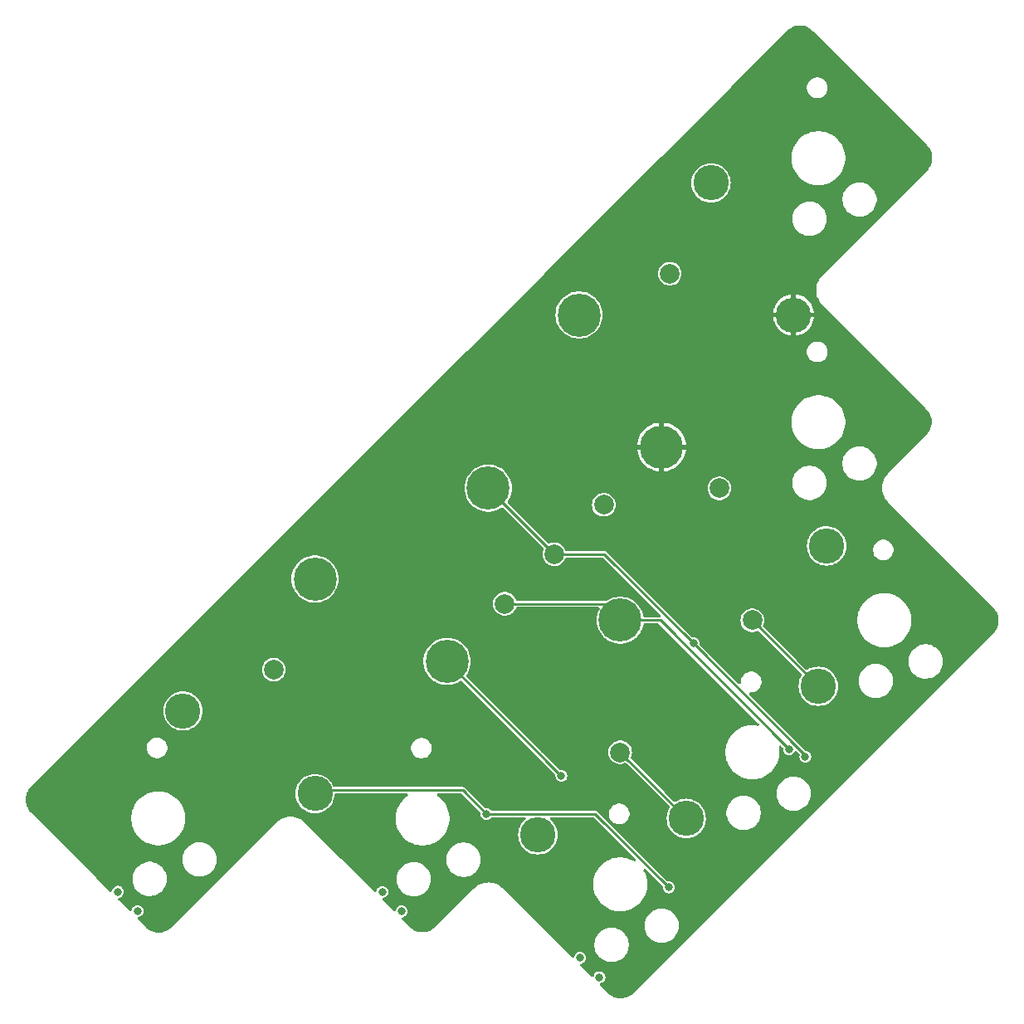
<source format=gtl>
G04 #@! TF.GenerationSoftware,KiCad,Pcbnew,8.0.5*
G04 #@! TF.CreationDate,2024-09-18T07:32:07+09:00*
G04 #@! TF.ProjectId,SandyLP_Middle,53616e64-794c-4505-9f4d-6964646c652e,v.0*
G04 #@! TF.SameCoordinates,Original*
G04 #@! TF.FileFunction,Copper,L1,Top*
G04 #@! TF.FilePolarity,Positive*
%FSLAX46Y46*%
G04 Gerber Fmt 4.6, Leading zero omitted, Abs format (unit mm)*
G04 Created by KiCad (PCBNEW 8.0.5) date 2024-09-18 07:32:07*
%MOMM*%
%LPD*%
G01*
G04 APERTURE LIST*
G04 #@! TA.AperFunction,ComponentPad*
%ADD10C,3.600000*%
G04 #@! TD*
G04 #@! TA.AperFunction,ComponentPad*
%ADD11C,0.800000*%
G04 #@! TD*
G04 #@! TA.AperFunction,SMDPad,CuDef*
%ADD12C,4.400000*%
G04 #@! TD*
G04 #@! TA.AperFunction,ComponentPad*
%ADD13C,4.400000*%
G04 #@! TD*
G04 #@! TA.AperFunction,ComponentPad*
%ADD14C,2.000000*%
G04 #@! TD*
G04 #@! TA.AperFunction,ViaPad*
%ADD15C,0.800000*%
G04 #@! TD*
G04 #@! TA.AperFunction,Conductor*
%ADD16C,0.250000*%
G04 #@! TD*
G04 APERTURE END LIST*
D10*
X176140787Y-22834167D03*
X184559777Y-36304552D03*
X187927373Y-59877724D03*
D11*
X142590809Y-95173429D03*
X144570708Y-97153328D03*
D10*
X173615090Y-87660391D03*
X158460908Y-89344189D03*
X187085474Y-74190007D03*
D11*
X115632334Y-95155723D03*
X117612233Y-97135622D03*
D10*
X122259250Y-76715704D03*
X135729635Y-85134694D03*
D11*
X162778679Y-101890915D03*
X164758578Y-103870814D03*
D10*
X149200019Y-71664310D03*
D12*
X149200019Y-71664310D03*
D13*
X153409514Y-53984431D03*
X166879898Y-67454815D03*
D14*
X166879898Y-80925199D03*
X165196100Y-55668229D03*
D10*
X135729635Y-63245320D03*
D12*
X135729635Y-63245320D03*
D14*
X176982686Y-53984431D03*
X155093312Y-65771017D03*
D10*
X162670403Y-36304552D03*
D12*
X162670403Y-36304552D03*
D10*
X171089393Y-49774936D03*
D12*
X171089393Y-49774936D03*
D14*
X131520140Y-72506209D03*
X180350282Y-67454815D03*
X160144706Y-60719623D03*
X171931292Y-32095057D03*
D15*
X160867281Y-83331572D03*
X153215088Y-87218450D03*
X171829646Y-94713781D03*
X185759649Y-81382002D03*
X174375230Y-69823623D03*
X184097947Y-80607003D03*
X142043907Y-93974639D03*
X145832423Y-46407340D03*
X192557890Y-79662344D03*
X166879898Y-104498372D03*
X197188262Y-20308470D03*
X162670450Y-63245299D03*
X184559777Y-7679985D03*
X169826598Y-70401447D03*
X183296993Y-58614851D03*
X203923455Y-67454815D03*
X132362061Y-86818492D03*
X179087495Y-93132739D03*
X107105068Y-85134694D03*
X125626863Y-66612898D03*
X146253406Y-67033848D03*
X173615147Y-47249205D03*
X115103116Y-93974639D03*
X192978767Y-54826330D03*
X160565701Y-81346143D03*
X186243575Y-32936956D03*
X146674356Y-74189996D03*
X146674322Y-97763179D03*
X166038049Y-26201712D03*
X166038049Y-46407305D03*
X154251413Y-93553684D03*
X119312615Y-98184138D03*
X197188262Y-47249239D03*
X177403695Y-77978545D03*
X168563748Y-90186090D03*
X182455094Y-76294745D03*
D16*
X149200019Y-71664310D02*
X160867281Y-83331572D01*
X166879898Y-80925199D02*
X173615090Y-87660391D01*
X180350282Y-67454815D02*
X187085474Y-74190007D01*
X171829646Y-94713781D02*
X164334314Y-87218450D01*
X164334314Y-87218450D02*
X153215088Y-87218450D01*
X150799735Y-84803097D02*
X136061232Y-84803097D01*
X136061232Y-84803097D02*
X135729635Y-85134694D01*
X153215088Y-87218450D02*
X150799735Y-84803097D01*
X165271230Y-60719623D02*
X174375230Y-69823623D01*
X174375230Y-69823623D02*
X185759649Y-81208042D01*
X160144706Y-60719623D02*
X165271230Y-60719623D01*
X185759649Y-81208042D02*
X185759649Y-81382002D01*
X153409514Y-53984431D02*
X160144706Y-60719623D01*
X170945759Y-67454815D02*
X184097947Y-80607003D01*
X166879898Y-67454815D02*
X170945759Y-67454815D01*
X155093312Y-65771017D02*
X165196100Y-65771017D01*
X165196100Y-65771017D02*
X166879898Y-67454815D01*
G04 #@! TA.AperFunction,Conductor*
G36*
X185424721Y-6781235D02*
G01*
X185444035Y-6783778D01*
X185662159Y-6827165D01*
X185680978Y-6832208D01*
X185891586Y-6903699D01*
X185909582Y-6911153D01*
X186109043Y-7009516D01*
X186125911Y-7019254D01*
X186207466Y-7073747D01*
X186310834Y-7142815D01*
X186326296Y-7154679D01*
X186497171Y-7304531D01*
X186504288Y-7311197D01*
X198138743Y-18945651D01*
X198159575Y-18966483D01*
X198166239Y-18973598D01*
X198316106Y-19144484D01*
X198327972Y-19159948D01*
X198451526Y-19344859D01*
X198461271Y-19361738D01*
X198559632Y-19561193D01*
X198567091Y-19579200D01*
X198638577Y-19789794D01*
X198643621Y-19808620D01*
X198687006Y-20026737D01*
X198689550Y-20046061D01*
X198704093Y-20267974D01*
X198704093Y-20287465D01*
X198689545Y-20509379D01*
X198687000Y-20528703D01*
X198643609Y-20746823D01*
X198638564Y-20765650D01*
X198567073Y-20976239D01*
X198559615Y-20994245D01*
X198461248Y-21193703D01*
X198451502Y-21210583D01*
X198327946Y-21395486D01*
X198316080Y-21410948D01*
X198165740Y-21582367D01*
X198159076Y-21589482D01*
X198127128Y-21621428D01*
X198126932Y-21621674D01*
X187510974Y-32251721D01*
X187510906Y-32251789D01*
X187414947Y-32347750D01*
X187254502Y-32552549D01*
X187254500Y-32552551D01*
X187119917Y-32775186D01*
X187119912Y-32775194D01*
X187085503Y-32851651D01*
X187013143Y-33012432D01*
X186935745Y-33260814D01*
X186929379Y-33295557D01*
X186888851Y-33516717D01*
X186873143Y-33776399D01*
X186873143Y-33776404D01*
X186888851Y-34036093D01*
X186932401Y-34273736D01*
X186935746Y-34291989D01*
X187013144Y-34540371D01*
X187033188Y-34584908D01*
X187119913Y-34777608D01*
X187119918Y-34777616D01*
X187254504Y-35000253D01*
X187254510Y-35000262D01*
X187320262Y-35084189D01*
X187414558Y-35204552D01*
X187414953Y-35205055D01*
X187473493Y-35263595D01*
X187473502Y-35263606D01*
X187485763Y-35275867D01*
X187485764Y-35275868D01*
X198110883Y-45900985D01*
X198115500Y-45905602D01*
X198122137Y-45912690D01*
X198192549Y-45992983D01*
X198272000Y-46083585D01*
X198283864Y-46099047D01*
X198407416Y-46283966D01*
X198417160Y-46300845D01*
X198515512Y-46500293D01*
X198522970Y-46518299D01*
X198594456Y-46728903D01*
X198599500Y-46747729D01*
X198642881Y-46965837D01*
X198645425Y-46985160D01*
X198659967Y-47207076D01*
X198659967Y-47226566D01*
X198645419Y-47448481D01*
X198642875Y-47467804D01*
X198599486Y-47685927D01*
X198594441Y-47704753D01*
X198522957Y-47915333D01*
X198515499Y-47933339D01*
X198417136Y-48132797D01*
X198407391Y-48149675D01*
X198283835Y-48334589D01*
X198271970Y-48350052D01*
X198121607Y-48521508D01*
X198114950Y-48528616D01*
X198083330Y-48560240D01*
X198082830Y-48560867D01*
X194247485Y-52410182D01*
X194247294Y-52410374D01*
X194195862Y-52461806D01*
X194144919Y-52512748D01*
X194144915Y-52512752D01*
X194144913Y-52512755D01*
X194144912Y-52512755D01*
X193984469Y-52717541D01*
X193984467Y-52717544D01*
X193849874Y-52940187D01*
X193849870Y-52940193D01*
X193743095Y-53177438D01*
X193743094Y-53177438D01*
X193665697Y-53425813D01*
X193665694Y-53425826D01*
X193618801Y-53681717D01*
X193618801Y-53681718D01*
X193603094Y-53941413D01*
X193603094Y-53941417D01*
X193618805Y-54201110D01*
X193665704Y-54457011D01*
X193743108Y-54705396D01*
X193828461Y-54895034D01*
X193849887Y-54942639D01*
X193984486Y-55165281D01*
X194144940Y-55370076D01*
X194144942Y-55370078D01*
X194144943Y-55370079D01*
X194144946Y-55370083D01*
X194207255Y-55432389D01*
X194207258Y-55432391D01*
X194207260Y-55432393D01*
X204912272Y-66137403D01*
X204933106Y-66158237D01*
X204939769Y-66165351D01*
X205089633Y-66336232D01*
X205101499Y-66351695D01*
X205225064Y-66536617D01*
X205234809Y-66553496D01*
X205333174Y-66752953D01*
X205340633Y-66770960D01*
X205412121Y-66981550D01*
X205417166Y-67000376D01*
X205460556Y-67218502D01*
X205463100Y-67237826D01*
X205477647Y-67459744D01*
X205477647Y-67479235D01*
X205463102Y-67701156D01*
X205460558Y-67720479D01*
X205417172Y-67938599D01*
X205412128Y-67957425D01*
X205340641Y-68168019D01*
X205333182Y-68186027D01*
X205234816Y-68385491D01*
X205225071Y-68402369D01*
X205101517Y-68587281D01*
X205089651Y-68602745D01*
X204940008Y-68773377D01*
X204933543Y-68780293D01*
X204933279Y-68780558D01*
X204933083Y-68780754D01*
X204901580Y-68812258D01*
X204901566Y-68812275D01*
X168226476Y-105493320D01*
X168219308Y-105499958D01*
X168219345Y-105500000D01*
X168048475Y-105649849D01*
X168033012Y-105661714D01*
X167848094Y-105785272D01*
X167831215Y-105795017D01*
X167631760Y-105893377D01*
X167613754Y-105900835D01*
X167403154Y-105972325D01*
X167384327Y-105977370D01*
X167166212Y-106020755D01*
X167146890Y-106023299D01*
X166924972Y-106037845D01*
X166905480Y-106037845D01*
X166683561Y-106023299D01*
X166664239Y-106020755D01*
X166446123Y-105977370D01*
X166427296Y-105972325D01*
X166216696Y-105900835D01*
X166198690Y-105893377D01*
X165999235Y-105795017D01*
X165982356Y-105785272D01*
X165797443Y-105661717D01*
X165781980Y-105649852D01*
X165611078Y-105499974D01*
X165603962Y-105493309D01*
X164820739Y-104710086D01*
X164782175Y-104643291D01*
X164782175Y-104566163D01*
X164820739Y-104499368D01*
X164887534Y-104460804D01*
X164906652Y-104457001D01*
X164915340Y-104455858D01*
X165061419Y-104395350D01*
X165186860Y-104299096D01*
X165283114Y-104173655D01*
X165343622Y-104027576D01*
X165364260Y-103870814D01*
X165357768Y-103821501D01*
X165343623Y-103714056D01*
X165343622Y-103714054D01*
X165343622Y-103714052D01*
X165283114Y-103567973D01*
X165186860Y-103442532D01*
X165061419Y-103346278D01*
X165061418Y-103346277D01*
X164981522Y-103313183D01*
X164915340Y-103285770D01*
X164915338Y-103285769D01*
X164915334Y-103285768D01*
X164915337Y-103285768D01*
X164758581Y-103265132D01*
X164758575Y-103265132D01*
X164601820Y-103285768D01*
X164455737Y-103346277D01*
X164330296Y-103442531D01*
X164330295Y-103442532D01*
X164234041Y-103567973D01*
X164173533Y-103714055D01*
X164172389Y-103722744D01*
X164142872Y-103794000D01*
X164081682Y-103840952D01*
X164005213Y-103851018D01*
X163933957Y-103821501D01*
X163919305Y-103808652D01*
X162840841Y-102730187D01*
X162802277Y-102663392D01*
X162802277Y-102586264D01*
X162840841Y-102519469D01*
X162907636Y-102480905D01*
X162926753Y-102477102D01*
X162935441Y-102475959D01*
X163081520Y-102415451D01*
X163206961Y-102319197D01*
X163303215Y-102193756D01*
X163363723Y-102047677D01*
X163364553Y-102041378D01*
X163384361Y-101890917D01*
X163384361Y-101890912D01*
X163363724Y-101734157D01*
X163363723Y-101734155D01*
X163363723Y-101734153D01*
X163303215Y-101588074D01*
X163206961Y-101462633D01*
X163081520Y-101366379D01*
X163081519Y-101366378D01*
X163001623Y-101333284D01*
X162935441Y-101305871D01*
X162935439Y-101305870D01*
X162935435Y-101305869D01*
X162935438Y-101305869D01*
X162778682Y-101285233D01*
X162778676Y-101285233D01*
X162621921Y-101305869D01*
X162475838Y-101366378D01*
X162350397Y-101462632D01*
X162350396Y-101462633D01*
X162254142Y-101588074D01*
X162193634Y-101734156D01*
X162192490Y-101742845D01*
X162162973Y-101814101D01*
X162101782Y-101861052D01*
X162025313Y-101871118D01*
X161954057Y-101841601D01*
X161939406Y-101828752D01*
X160578683Y-100468029D01*
X164245515Y-100468029D01*
X164245515Y-100697504D01*
X164275465Y-100924996D01*
X164275465Y-100924999D01*
X164334855Y-101146650D01*
X164334855Y-101146651D01*
X164422673Y-101358659D01*
X164537406Y-101557382D01*
X164537406Y-101557383D01*
X164673048Y-101734153D01*
X164677096Y-101739428D01*
X164839354Y-101901686D01*
X165021403Y-102041378D01*
X165220127Y-102156111D01*
X165399077Y-102230234D01*
X165432130Y-102243926D01*
X165528110Y-102269643D01*
X165653777Y-102303315D01*
X165653781Y-102303315D01*
X165653783Y-102303316D01*
X165723707Y-102312521D01*
X165881278Y-102333266D01*
X165881279Y-102333267D01*
X165881281Y-102333267D01*
X166110751Y-102333267D01*
X166110751Y-102333266D01*
X166338245Y-102303316D01*
X166338247Y-102303316D01*
X166338248Y-102303315D01*
X166338253Y-102303315D01*
X166559898Y-102243926D01*
X166559899Y-102243926D01*
X166559900Y-102243925D01*
X166559902Y-102243925D01*
X166771903Y-102156111D01*
X166970627Y-102041378D01*
X167152676Y-101901686D01*
X167314934Y-101739428D01*
X167454626Y-101557379D01*
X167569359Y-101358655D01*
X167657173Y-101146654D01*
X167716563Y-100925005D01*
X167746515Y-100697501D01*
X167746515Y-100468033D01*
X167716563Y-100240529D01*
X167668587Y-100061479D01*
X167657174Y-100018883D01*
X167657174Y-100018882D01*
X167643482Y-99985829D01*
X167569359Y-99806879D01*
X167454626Y-99608155D01*
X167454623Y-99608151D01*
X167454623Y-99608150D01*
X167345327Y-99465715D01*
X167314934Y-99426106D01*
X167152676Y-99263848D01*
X167026138Y-99166751D01*
X166970630Y-99124158D01*
X166771907Y-99009425D01*
X166771905Y-99009424D01*
X166771903Y-99009423D01*
X166695836Y-98977915D01*
X166559899Y-98921607D01*
X166338246Y-98862217D01*
X166110752Y-98832267D01*
X166110749Y-98832267D01*
X165881281Y-98832267D01*
X165881277Y-98832267D01*
X165653785Y-98862217D01*
X165653782Y-98862217D01*
X165432131Y-98921607D01*
X165432130Y-98921607D01*
X165220122Y-99009425D01*
X165021399Y-99124158D01*
X165021398Y-99124158D01*
X164839353Y-99263848D01*
X164677096Y-99426105D01*
X164537406Y-99608150D01*
X164537406Y-99608151D01*
X164422673Y-99806874D01*
X164334855Y-100018882D01*
X164334855Y-100018883D01*
X164275465Y-100240534D01*
X164275465Y-100240537D01*
X164245515Y-100468029D01*
X160578683Y-100468029D01*
X158598784Y-98488130D01*
X169336683Y-98488130D01*
X169336683Y-98717605D01*
X169366633Y-98945097D01*
X169366633Y-98945100D01*
X169426023Y-99166751D01*
X169426023Y-99166752D01*
X169475258Y-99285614D01*
X169499346Y-99343768D01*
X169513841Y-99378760D01*
X169575325Y-99485253D01*
X169624465Y-99570367D01*
X169628574Y-99577483D01*
X169628574Y-99577484D01*
X169768264Y-99759529D01*
X169930522Y-99921787D01*
X170112571Y-100061479D01*
X170311295Y-100176212D01*
X170466589Y-100240537D01*
X170523298Y-100264027D01*
X170619278Y-100289744D01*
X170744945Y-100323416D01*
X170744949Y-100323416D01*
X170744951Y-100323417D01*
X170814875Y-100332622D01*
X170972446Y-100353367D01*
X170972447Y-100353368D01*
X170972449Y-100353368D01*
X171201919Y-100353368D01*
X171201919Y-100353367D01*
X171429413Y-100323417D01*
X171429415Y-100323417D01*
X171429416Y-100323416D01*
X171429421Y-100323416D01*
X171651066Y-100264027D01*
X171651067Y-100264027D01*
X171651068Y-100264026D01*
X171651070Y-100264026D01*
X171863071Y-100176212D01*
X172061795Y-100061479D01*
X172243844Y-99921787D01*
X172406102Y-99759529D01*
X172545794Y-99577480D01*
X172660527Y-99378756D01*
X172748341Y-99166755D01*
X172807731Y-98945106D01*
X172837683Y-98717602D01*
X172837683Y-98488134D01*
X172807731Y-98260630D01*
X172748341Y-98038981D01*
X172660527Y-97826980D01*
X172545794Y-97628256D01*
X172545791Y-97628252D01*
X172545791Y-97628251D01*
X172406101Y-97446206D01*
X172243844Y-97283949D01*
X172061798Y-97144259D01*
X172046838Y-97135622D01*
X171885981Y-97042751D01*
X171863075Y-97029526D01*
X171863073Y-97029525D01*
X171863071Y-97029524D01*
X171783504Y-96996566D01*
X171651067Y-96941708D01*
X171429414Y-96882318D01*
X171201920Y-96852368D01*
X171201917Y-96852368D01*
X170972449Y-96852368D01*
X170972445Y-96852368D01*
X170744953Y-96882318D01*
X170744950Y-96882318D01*
X170523299Y-96941708D01*
X170523298Y-96941708D01*
X170311290Y-97029526D01*
X170112567Y-97144259D01*
X170112566Y-97144259D01*
X169930521Y-97283949D01*
X169768264Y-97446206D01*
X169628574Y-97628251D01*
X169628574Y-97628252D01*
X169513841Y-97826975D01*
X169426023Y-98038983D01*
X169426023Y-98038984D01*
X169366633Y-98260635D01*
X169366633Y-98260638D01*
X169336683Y-98488130D01*
X158598784Y-98488130D01*
X154855813Y-94745159D01*
X154651029Y-94584721D01*
X154651023Y-94584717D01*
X154651020Y-94584715D01*
X154522255Y-94506874D01*
X154428387Y-94450128D01*
X154428376Y-94450122D01*
X154191135Y-94343349D01*
X154191130Y-94343347D01*
X153942757Y-94265950D01*
X153942748Y-94265948D01*
X153686869Y-94219056D01*
X153686845Y-94219053D01*
X153427167Y-94203346D01*
X153427161Y-94203346D01*
X153167482Y-94219053D01*
X153167458Y-94219056D01*
X152911581Y-94265948D01*
X152911573Y-94265950D01*
X152663196Y-94343347D01*
X152663191Y-94343349D01*
X152425951Y-94450122D01*
X152425940Y-94450128D01*
X152203308Y-94584715D01*
X152203298Y-94584721D01*
X151998514Y-94745159D01*
X151927699Y-94815975D01*
X151927698Y-94815976D01*
X151906530Y-94837143D01*
X151890792Y-94852882D01*
X148003207Y-98740465D01*
X147996090Y-98747130D01*
X147951389Y-98786333D01*
X147825221Y-98896979D01*
X147809758Y-98908844D01*
X147624840Y-99032402D01*
X147607961Y-99042147D01*
X147408506Y-99140507D01*
X147390500Y-99147965D01*
X147179900Y-99219455D01*
X147161073Y-99224500D01*
X146942958Y-99267885D01*
X146923636Y-99270429D01*
X146701718Y-99284975D01*
X146682226Y-99284975D01*
X146460307Y-99270429D01*
X146440985Y-99267885D01*
X146222869Y-99224500D01*
X146204042Y-99219455D01*
X145993442Y-99147965D01*
X145975436Y-99140507D01*
X145775981Y-99042147D01*
X145759102Y-99032402D01*
X145574189Y-98908847D01*
X145558726Y-98896982D01*
X145436231Y-98789556D01*
X145387817Y-98747097D01*
X145380708Y-98740439D01*
X144632869Y-97992600D01*
X144594305Y-97925805D01*
X144594305Y-97848677D01*
X144632869Y-97781882D01*
X144699664Y-97743318D01*
X144718782Y-97739515D01*
X144727470Y-97738372D01*
X144873549Y-97677864D01*
X144998990Y-97581610D01*
X145095244Y-97456169D01*
X145155752Y-97310090D01*
X145176390Y-97153328D01*
X145176390Y-97153325D01*
X145155753Y-96996570D01*
X145155752Y-96996568D01*
X145155752Y-96996566D01*
X145095244Y-96850487D01*
X144998990Y-96725046D01*
X144891177Y-96642318D01*
X144873548Y-96628791D01*
X144793652Y-96595697D01*
X144727470Y-96568284D01*
X144727468Y-96568283D01*
X144727464Y-96568282D01*
X144727467Y-96568282D01*
X144570711Y-96547646D01*
X144570705Y-96547646D01*
X144413950Y-96568282D01*
X144267867Y-96628791D01*
X144142426Y-96725045D01*
X144142425Y-96725046D01*
X144046171Y-96850487D01*
X144032986Y-96882320D01*
X143992997Y-96978864D01*
X143985663Y-96996569D01*
X143984519Y-97005258D01*
X143955002Y-97076514D01*
X143893812Y-97123466D01*
X143817343Y-97133532D01*
X143746087Y-97104015D01*
X143731435Y-97091166D01*
X142652971Y-96012701D01*
X142614407Y-95945906D01*
X142614407Y-95868778D01*
X142652971Y-95801983D01*
X142719766Y-95763419D01*
X142738883Y-95759616D01*
X142747571Y-95758473D01*
X142893650Y-95697965D01*
X143019091Y-95601711D01*
X143115345Y-95476270D01*
X143175853Y-95330191D01*
X143176683Y-95323892D01*
X143196491Y-95173431D01*
X143196491Y-95173426D01*
X143175854Y-95016671D01*
X143175853Y-95016669D01*
X143175853Y-95016667D01*
X143115345Y-94870588D01*
X143019091Y-94745147D01*
X142978216Y-94713782D01*
X142893649Y-94648892D01*
X142813753Y-94615798D01*
X142747571Y-94588385D01*
X142747569Y-94588384D01*
X142747565Y-94588383D01*
X142747568Y-94588383D01*
X142590812Y-94567747D01*
X142590806Y-94567747D01*
X142434051Y-94588383D01*
X142287968Y-94648892D01*
X142162527Y-94745146D01*
X142162526Y-94745147D01*
X142066272Y-94870588D01*
X142017579Y-94988145D01*
X142013098Y-94998965D01*
X142005764Y-95016670D01*
X142004620Y-95025359D01*
X141975103Y-95096615D01*
X141913912Y-95143566D01*
X141837443Y-95153632D01*
X141766187Y-95124115D01*
X141751536Y-95111266D01*
X140390813Y-93750543D01*
X144057645Y-93750543D01*
X144057645Y-93980018D01*
X144087595Y-94207510D01*
X144087595Y-94207513D01*
X144146985Y-94429164D01*
X144146985Y-94429165D01*
X144205602Y-94570677D01*
X144230666Y-94631187D01*
X144234803Y-94641173D01*
X144284609Y-94727440D01*
X144347946Y-94837143D01*
X144349536Y-94839896D01*
X144349536Y-94839897D01*
X144388343Y-94890470D01*
X144489226Y-95021942D01*
X144651484Y-95184200D01*
X144833533Y-95323892D01*
X145032257Y-95438625D01*
X145201512Y-95508733D01*
X145244260Y-95526440D01*
X145340240Y-95552157D01*
X145465907Y-95585829D01*
X145465911Y-95585829D01*
X145465913Y-95585830D01*
X145535837Y-95595035D01*
X145693408Y-95615780D01*
X145693409Y-95615781D01*
X145693411Y-95615781D01*
X145922881Y-95615781D01*
X145922881Y-95615780D01*
X146150375Y-95585830D01*
X146150377Y-95585830D01*
X146150378Y-95585829D01*
X146150383Y-95585829D01*
X146372028Y-95526440D01*
X146372029Y-95526440D01*
X146372030Y-95526439D01*
X146372032Y-95526439D01*
X146584033Y-95438625D01*
X146782757Y-95323892D01*
X146964806Y-95184200D01*
X147127064Y-95021942D01*
X147266756Y-94839893D01*
X147381489Y-94641169D01*
X147469303Y-94429168D01*
X147528693Y-94207519D01*
X147558645Y-93980015D01*
X147558645Y-93750547D01*
X147528693Y-93523043D01*
X147480717Y-93343993D01*
X147469304Y-93301397D01*
X147469304Y-93301396D01*
X147455612Y-93268343D01*
X147381489Y-93089393D01*
X147266756Y-92890669D01*
X147266753Y-92890665D01*
X147266753Y-92890664D01*
X147127063Y-92708619D01*
X146964806Y-92546362D01*
X146782760Y-92406672D01*
X146752092Y-92388966D01*
X146669815Y-92341463D01*
X146584037Y-92291939D01*
X146584035Y-92291938D01*
X146584033Y-92291937D01*
X146517931Y-92264556D01*
X146372029Y-92204121D01*
X146150376Y-92144731D01*
X145922882Y-92114781D01*
X145922879Y-92114781D01*
X145693411Y-92114781D01*
X145693407Y-92114781D01*
X145465915Y-92144731D01*
X145465912Y-92144731D01*
X145244261Y-92204121D01*
X145244260Y-92204121D01*
X145032252Y-92291939D01*
X144833529Y-92406672D01*
X144833528Y-92406672D01*
X144651483Y-92546362D01*
X144489226Y-92708619D01*
X144349536Y-92890664D01*
X144349536Y-92890665D01*
X144234803Y-93089388D01*
X144146985Y-93301396D01*
X144146985Y-93301397D01*
X144087595Y-93523048D01*
X144087595Y-93523051D01*
X144057645Y-93750543D01*
X140390813Y-93750543D01*
X138410914Y-91770644D01*
X149148813Y-91770644D01*
X149148813Y-92000119D01*
X149178763Y-92227611D01*
X149178763Y-92227614D01*
X149238153Y-92449265D01*
X149238153Y-92449266D01*
X149271038Y-92528656D01*
X149325969Y-92661270D01*
X149433595Y-92847685D01*
X149440704Y-92859997D01*
X149440704Y-92859998D01*
X149516377Y-92958615D01*
X149580394Y-93042043D01*
X149742652Y-93204301D01*
X149924701Y-93343993D01*
X150123425Y-93458726D01*
X150278719Y-93523051D01*
X150335428Y-93546541D01*
X150431408Y-93572258D01*
X150557075Y-93605930D01*
X150557079Y-93605930D01*
X150557081Y-93605931D01*
X150627005Y-93615136D01*
X150784576Y-93635881D01*
X150784577Y-93635882D01*
X150784579Y-93635882D01*
X151014049Y-93635882D01*
X151014049Y-93635881D01*
X151241543Y-93605931D01*
X151241545Y-93605931D01*
X151241546Y-93605930D01*
X151241551Y-93605930D01*
X151463196Y-93546541D01*
X151463197Y-93546541D01*
X151463198Y-93546540D01*
X151463200Y-93546540D01*
X151675201Y-93458726D01*
X151873925Y-93343993D01*
X152055974Y-93204301D01*
X152218232Y-93042043D01*
X152357924Y-92859994D01*
X152472657Y-92661270D01*
X152560471Y-92449269D01*
X152619861Y-92227620D01*
X152649813Y-92000116D01*
X152649813Y-91770648D01*
X152619861Y-91543144D01*
X152568055Y-91349799D01*
X152560472Y-91321498D01*
X152560472Y-91321497D01*
X152497121Y-91168556D01*
X152472657Y-91109494D01*
X152357924Y-90910770D01*
X152357921Y-90910766D01*
X152357921Y-90910765D01*
X152218231Y-90728720D01*
X152055974Y-90566463D01*
X151873928Y-90426773D01*
X151843260Y-90409067D01*
X151698111Y-90325265D01*
X151675205Y-90312040D01*
X151675203Y-90312039D01*
X151675201Y-90312038D01*
X151609099Y-90284657D01*
X151463197Y-90224222D01*
X151241544Y-90164832D01*
X151014050Y-90134882D01*
X151014047Y-90134882D01*
X150784579Y-90134882D01*
X150784575Y-90134882D01*
X150557083Y-90164832D01*
X150557080Y-90164832D01*
X150335429Y-90224222D01*
X150335428Y-90224222D01*
X150123420Y-90312040D01*
X149924697Y-90426773D01*
X149924696Y-90426773D01*
X149742651Y-90566463D01*
X149580394Y-90728720D01*
X149440704Y-90910765D01*
X149440704Y-90910766D01*
X149325971Y-91109489D01*
X149238153Y-91321497D01*
X149238153Y-91321498D01*
X149178763Y-91543149D01*
X149178763Y-91543152D01*
X149148813Y-91770644D01*
X138410914Y-91770644D01*
X134685592Y-88045322D01*
X134480808Y-87884884D01*
X134480802Y-87884880D01*
X134480799Y-87884878D01*
X134286550Y-87767450D01*
X134258166Y-87750291D01*
X134258155Y-87750285D01*
X134020914Y-87643512D01*
X134020909Y-87643510D01*
X133772536Y-87566113D01*
X133772527Y-87566111D01*
X133516648Y-87519219D01*
X133516624Y-87519216D01*
X133256946Y-87503509D01*
X133256940Y-87503509D01*
X132997261Y-87519216D01*
X132997237Y-87519219D01*
X132741360Y-87566111D01*
X132741352Y-87566113D01*
X132492975Y-87643510D01*
X132492970Y-87643512D01*
X132255730Y-87750285D01*
X132255719Y-87750291D01*
X132033087Y-87884878D01*
X132033077Y-87884884D01*
X131828293Y-88045322D01*
X131757478Y-88116138D01*
X131757475Y-88116140D01*
X131736306Y-88137308D01*
X131715144Y-88158471D01*
X131715142Y-88158474D01*
X121090723Y-98782891D01*
X121083606Y-98789556D01*
X120933032Y-98921607D01*
X120912737Y-98939405D01*
X120897274Y-98951270D01*
X120712356Y-99074828D01*
X120695477Y-99084573D01*
X120496022Y-99182933D01*
X120478016Y-99190391D01*
X120267416Y-99261881D01*
X120248589Y-99266926D01*
X120030474Y-99310311D01*
X120011152Y-99312855D01*
X119789234Y-99327401D01*
X119769742Y-99327401D01*
X119547823Y-99312855D01*
X119528501Y-99310311D01*
X119310385Y-99266926D01*
X119291558Y-99261881D01*
X119080958Y-99190391D01*
X119062952Y-99182933D01*
X118863497Y-99084573D01*
X118846618Y-99074828D01*
X118661705Y-98951273D01*
X118646242Y-98939408D01*
X118593536Y-98893186D01*
X118475333Y-98789523D01*
X118468224Y-98782865D01*
X117661898Y-97976539D01*
X117623334Y-97909744D01*
X117623334Y-97832616D01*
X117661898Y-97765821D01*
X117728693Y-97727257D01*
X117747803Y-97723455D01*
X117768995Y-97720666D01*
X117915074Y-97660158D01*
X118040515Y-97563904D01*
X118136769Y-97438463D01*
X118197277Y-97292384D01*
X118198388Y-97283949D01*
X118217915Y-97135624D01*
X118217915Y-97135619D01*
X118197278Y-96978864D01*
X118197277Y-96978862D01*
X118197277Y-96978860D01*
X118136769Y-96832781D01*
X118040515Y-96707340D01*
X117955777Y-96642318D01*
X117915073Y-96611085D01*
X117811736Y-96568282D01*
X117768995Y-96550578D01*
X117768993Y-96550577D01*
X117768989Y-96550576D01*
X117768992Y-96550576D01*
X117612236Y-96529940D01*
X117612230Y-96529940D01*
X117455475Y-96550576D01*
X117309392Y-96611085D01*
X117183951Y-96707339D01*
X117183950Y-96707340D01*
X117087696Y-96832781D01*
X117027187Y-96978864D01*
X117024399Y-97000046D01*
X116994883Y-97071303D01*
X116933693Y-97118255D01*
X116857225Y-97128322D01*
X116785968Y-97098806D01*
X116771315Y-97085956D01*
X115681999Y-95996640D01*
X115643435Y-95929845D01*
X115643435Y-95852717D01*
X115681999Y-95785922D01*
X115748794Y-95747358D01*
X115767904Y-95743556D01*
X115789096Y-95740767D01*
X115935175Y-95680259D01*
X116060616Y-95584005D01*
X116156870Y-95458564D01*
X116217378Y-95312485D01*
X116218208Y-95306186D01*
X116238016Y-95155725D01*
X116238016Y-95155720D01*
X116217379Y-94998965D01*
X116217378Y-94998963D01*
X116217378Y-94998961D01*
X116156870Y-94852882D01*
X116060616Y-94727441D01*
X116042817Y-94713783D01*
X115935174Y-94631186D01*
X115822996Y-94584721D01*
X115789096Y-94570679D01*
X115789094Y-94570678D01*
X115789090Y-94570677D01*
X115789093Y-94570677D01*
X115632337Y-94550041D01*
X115632331Y-94550041D01*
X115475576Y-94570677D01*
X115329493Y-94631186D01*
X115204052Y-94727440D01*
X115204051Y-94727441D01*
X115107797Y-94852882D01*
X115047288Y-94998965D01*
X115044500Y-95020147D01*
X115014984Y-95091404D01*
X114953794Y-95138356D01*
X114877326Y-95148423D01*
X114806069Y-95118907D01*
X114791416Y-95106057D01*
X113418196Y-93732837D01*
X117099170Y-93732837D01*
X117099170Y-93962312D01*
X117129120Y-94189804D01*
X117129120Y-94189807D01*
X117188510Y-94411458D01*
X117188510Y-94411459D01*
X117245916Y-94550046D01*
X117260278Y-94584721D01*
X117276328Y-94623467D01*
X117328472Y-94713783D01*
X117346579Y-94745146D01*
X117391061Y-94822190D01*
X117391061Y-94822191D01*
X117526703Y-94998961D01*
X117530751Y-95004236D01*
X117693009Y-95166494D01*
X117875058Y-95306186D01*
X118073782Y-95420919D01*
X118207411Y-95476270D01*
X118285785Y-95508734D01*
X118351863Y-95526439D01*
X118507432Y-95568123D01*
X118507436Y-95568123D01*
X118507438Y-95568124D01*
X118577362Y-95577329D01*
X118734933Y-95598074D01*
X118734934Y-95598075D01*
X118734936Y-95598075D01*
X118964406Y-95598075D01*
X118964406Y-95598074D01*
X119191900Y-95568124D01*
X119191902Y-95568124D01*
X119191903Y-95568123D01*
X119191908Y-95568123D01*
X119413553Y-95508734D01*
X119413554Y-95508734D01*
X119413555Y-95508733D01*
X119413557Y-95508733D01*
X119625558Y-95420919D01*
X119824282Y-95306186D01*
X120006331Y-95166494D01*
X120168589Y-95004236D01*
X120308281Y-94822187D01*
X120423014Y-94623463D01*
X120510828Y-94411462D01*
X120570218Y-94189813D01*
X120600170Y-93962309D01*
X120600170Y-93732841D01*
X120570218Y-93505337D01*
X120532568Y-93364825D01*
X120510829Y-93283691D01*
X120510829Y-93283690D01*
X120497137Y-93250637D01*
X120423014Y-93071687D01*
X120308281Y-92872963D01*
X120308278Y-92872959D01*
X120308278Y-92872958D01*
X120182175Y-92708620D01*
X120168589Y-92690914D01*
X120006331Y-92528656D01*
X119902869Y-92449266D01*
X119824285Y-92388966D01*
X119625562Y-92274233D01*
X119625560Y-92274232D01*
X119625558Y-92274231D01*
X119559456Y-92246850D01*
X119413554Y-92186415D01*
X119191901Y-92127025D01*
X118964407Y-92097075D01*
X118964404Y-92097075D01*
X118734936Y-92097075D01*
X118734932Y-92097075D01*
X118507440Y-92127025D01*
X118507437Y-92127025D01*
X118285786Y-92186415D01*
X118285785Y-92186415D01*
X118073777Y-92274233D01*
X117875054Y-92388966D01*
X117875053Y-92388966D01*
X117693008Y-92528656D01*
X117530751Y-92690913D01*
X117391061Y-92872958D01*
X117391061Y-92872959D01*
X117276328Y-93071682D01*
X117188510Y-93283690D01*
X117188510Y-93283691D01*
X117129120Y-93505342D01*
X117129120Y-93505345D01*
X117099170Y-93732837D01*
X113418196Y-93732837D01*
X111438297Y-91752938D01*
X122190338Y-91752938D01*
X122190338Y-91982413D01*
X122220288Y-92209905D01*
X122220288Y-92209908D01*
X122279678Y-92431559D01*
X122279678Y-92431560D01*
X122367496Y-92643568D01*
X122377719Y-92661274D01*
X122473332Y-92826882D01*
X122482229Y-92842291D01*
X122482229Y-92842292D01*
X122571488Y-92958615D01*
X122621919Y-93024337D01*
X122784177Y-93186595D01*
X122966226Y-93326287D01*
X123164950Y-93441020D01*
X123320244Y-93505345D01*
X123376953Y-93528835D01*
X123443031Y-93546540D01*
X123598600Y-93588224D01*
X123598604Y-93588224D01*
X123598606Y-93588225D01*
X123668530Y-93597430D01*
X123826101Y-93618175D01*
X123826102Y-93618176D01*
X123826104Y-93618176D01*
X124055574Y-93618176D01*
X124055574Y-93618175D01*
X124283068Y-93588225D01*
X124283070Y-93588225D01*
X124283071Y-93588224D01*
X124283076Y-93588224D01*
X124504721Y-93528835D01*
X124504722Y-93528835D01*
X124504723Y-93528834D01*
X124504725Y-93528834D01*
X124716726Y-93441020D01*
X124915450Y-93326287D01*
X125097499Y-93186595D01*
X125259757Y-93024337D01*
X125399449Y-92842288D01*
X125514182Y-92643564D01*
X125601996Y-92431563D01*
X125661386Y-92209914D01*
X125691338Y-91982410D01*
X125691338Y-91752942D01*
X125661386Y-91525438D01*
X125601996Y-91303789D01*
X125514182Y-91091788D01*
X125399449Y-90893064D01*
X125399446Y-90893060D01*
X125399446Y-90893059D01*
X125273343Y-90728721D01*
X125259757Y-90711015D01*
X125097499Y-90548757D01*
X124915453Y-90409067D01*
X124889368Y-90394007D01*
X124823223Y-90355818D01*
X124716730Y-90294334D01*
X124716728Y-90294333D01*
X124716726Y-90294332D01*
X124650624Y-90266951D01*
X124504722Y-90206516D01*
X124283069Y-90147126D01*
X124055575Y-90117176D01*
X124055572Y-90117176D01*
X123826104Y-90117176D01*
X123826100Y-90117176D01*
X123598608Y-90147126D01*
X123598605Y-90147126D01*
X123376954Y-90206516D01*
X123376953Y-90206516D01*
X123164945Y-90294334D01*
X122966222Y-90409067D01*
X122966221Y-90409067D01*
X122784176Y-90548757D01*
X122621919Y-90711014D01*
X122482229Y-90893059D01*
X122482229Y-90893060D01*
X122367496Y-91091783D01*
X122279678Y-91303791D01*
X122279678Y-91303792D01*
X122220288Y-91525443D01*
X122220288Y-91525446D01*
X122190338Y-91752938D01*
X111438297Y-91752938D01*
X107191286Y-87505927D01*
X116983053Y-87505927D01*
X116983053Y-87814854D01*
X117017642Y-88121848D01*
X117086383Y-88423021D01*
X117086384Y-88423023D01*
X117086385Y-88423027D01*
X117188418Y-88714620D01*
X117322458Y-88992956D01*
X117486818Y-89254534D01*
X117679433Y-89496065D01*
X117897879Y-89714511D01*
X118139410Y-89907126D01*
X118400988Y-90071486D01*
X118679324Y-90205526D01*
X118970917Y-90307559D01*
X118990541Y-90312038D01*
X119272095Y-90376301D01*
X119272098Y-90376301D01*
X119272101Y-90376302D01*
X119579088Y-90410891D01*
X119579089Y-90410891D01*
X119888017Y-90410891D01*
X119888018Y-90410891D01*
X120195005Y-90376302D01*
X120195008Y-90376301D01*
X120195010Y-90376301D01*
X120278292Y-90357292D01*
X120496189Y-90307559D01*
X120787782Y-90205526D01*
X121066118Y-90071486D01*
X121327696Y-89907126D01*
X121569227Y-89714511D01*
X121787673Y-89496065D01*
X121980288Y-89254534D01*
X122144648Y-88992956D01*
X122278688Y-88714620D01*
X122380721Y-88423027D01*
X122449464Y-88121843D01*
X122484053Y-87814856D01*
X122484053Y-87505926D01*
X122449464Y-87198939D01*
X122441227Y-87162852D01*
X122380722Y-86897760D01*
X122380721Y-86897755D01*
X122278688Y-86606162D01*
X122144648Y-86327826D01*
X121980288Y-86066248D01*
X121787673Y-85824717D01*
X121569227Y-85606271D01*
X121327696Y-85413656D01*
X121066118Y-85249296D01*
X120828133Y-85134688D01*
X133724025Y-85134688D01*
X133724025Y-85134699D01*
X133744437Y-85420111D01*
X133744438Y-85420120D01*
X133744439Y-85420122D01*
X133758942Y-85486792D01*
X133805264Y-85699734D01*
X133905268Y-85967856D01*
X134042406Y-86219006D01*
X134145763Y-86357074D01*
X134213896Y-86448089D01*
X134416240Y-86650433D01*
X134510308Y-86720851D01*
X134645322Y-86821922D01*
X134894498Y-86957982D01*
X134896474Y-86959061D01*
X135164589Y-87059063D01*
X135444207Y-87119890D01*
X135444214Y-87119890D01*
X135444217Y-87119891D01*
X135729630Y-87140304D01*
X135729635Y-87140304D01*
X135729640Y-87140304D01*
X136015052Y-87119891D01*
X136015053Y-87119890D01*
X136015063Y-87119890D01*
X136294681Y-87059063D01*
X136562796Y-86959061D01*
X136720426Y-86872988D01*
X136813947Y-86821922D01*
X136813950Y-86821920D01*
X137043030Y-86650433D01*
X137245374Y-86448089D01*
X137416861Y-86219009D01*
X137422699Y-86208319D01*
X137533826Y-86004804D01*
X137554002Y-85967855D01*
X137654004Y-85699740D01*
X137714831Y-85420122D01*
X137714832Y-85420111D01*
X137725785Y-85266968D01*
X137751011Y-85194082D01*
X137809300Y-85143573D01*
X137874405Y-85128597D01*
X145062543Y-85128597D01*
X145137043Y-85148559D01*
X145191581Y-85203097D01*
X145211543Y-85277597D01*
X145191581Y-85352097D01*
X145141815Y-85403759D01*
X145097887Y-85431360D01*
X144856353Y-85623977D01*
X144637908Y-85842422D01*
X144445293Y-86083953D01*
X144280933Y-86345531D01*
X144146892Y-86623869D01*
X144044859Y-86915464D01*
X144044858Y-86915466D01*
X143976117Y-87216639D01*
X143964256Y-87321914D01*
X143942026Y-87519217D01*
X143941528Y-87523633D01*
X143941528Y-87832560D01*
X143976117Y-88139554D01*
X144044858Y-88440727D01*
X144044859Y-88440729D01*
X144044860Y-88440733D01*
X144090439Y-88570991D01*
X144140696Y-88714618D01*
X144146893Y-88732326D01*
X144280933Y-89010662D01*
X144445293Y-89272240D01*
X144637908Y-89513771D01*
X144856354Y-89732217D01*
X145097885Y-89924832D01*
X145359463Y-90089192D01*
X145637799Y-90223232D01*
X145929392Y-90325265D01*
X146012679Y-90344274D01*
X146230570Y-90394007D01*
X146230573Y-90394007D01*
X146230576Y-90394008D01*
X146537563Y-90428597D01*
X146537564Y-90428597D01*
X146846492Y-90428597D01*
X146846493Y-90428597D01*
X147153480Y-90394008D01*
X147153483Y-90394007D01*
X147153485Y-90394007D01*
X147236767Y-90374998D01*
X147454664Y-90325265D01*
X147746257Y-90223232D01*
X148024593Y-90089192D01*
X148286171Y-89924832D01*
X148527702Y-89732217D01*
X148746148Y-89513771D01*
X148938763Y-89272240D01*
X149103123Y-89010662D01*
X149237163Y-88732326D01*
X149339196Y-88440733D01*
X149388929Y-88222836D01*
X149407938Y-88139554D01*
X149408192Y-88137306D01*
X149442528Y-87832562D01*
X149442528Y-87523632D01*
X149407939Y-87216645D01*
X149403896Y-87198933D01*
X149339197Y-86915466D01*
X149339196Y-86915461D01*
X149237163Y-86623868D01*
X149103123Y-86345532D01*
X148938763Y-86083954D01*
X148746148Y-85842423D01*
X148527702Y-85623977D01*
X148286171Y-85431362D01*
X148242241Y-85403759D01*
X148189780Y-85347221D01*
X148172617Y-85272027D01*
X148195351Y-85198325D01*
X148251889Y-85145864D01*
X148321513Y-85128597D01*
X150603190Y-85128597D01*
X150677690Y-85148559D01*
X150708549Y-85172238D01*
X152574358Y-87038047D01*
X152612922Y-87104842D01*
X152616725Y-87162852D01*
X152611975Y-87198933D01*
X152609645Y-87216639D01*
X152609406Y-87218451D01*
X152609406Y-87218452D01*
X152630042Y-87375207D01*
X152690551Y-87521290D01*
X152784334Y-87643510D01*
X152786806Y-87646732D01*
X152912247Y-87742986D01*
X153058326Y-87803494D01*
X153058329Y-87803494D01*
X153058331Y-87803495D01*
X153058328Y-87803495D01*
X153215085Y-87824132D01*
X153215088Y-87824132D01*
X153215091Y-87824132D01*
X153371845Y-87803495D01*
X153371846Y-87803494D01*
X153371850Y-87803494D01*
X153517929Y-87742986D01*
X153643370Y-87646732D01*
X153677506Y-87602245D01*
X153738696Y-87555292D01*
X153795716Y-87543950D01*
X157079887Y-87543950D01*
X157154387Y-87563912D01*
X157208925Y-87618450D01*
X157228887Y-87692950D01*
X157208925Y-87767450D01*
X157169179Y-87812231D01*
X157147514Y-87828449D01*
X156945168Y-88030795D01*
X156773679Y-88259876D01*
X156636541Y-88511026D01*
X156536537Y-88779148D01*
X156475712Y-89058761D01*
X156475710Y-89058771D01*
X156455298Y-89344183D01*
X156455298Y-89344194D01*
X156475710Y-89629606D01*
X156475712Y-89629616D01*
X156536537Y-89909229D01*
X156536538Y-89909233D01*
X156536539Y-89909235D01*
X156575481Y-90013643D01*
X156636541Y-90177351D01*
X156773679Y-90428501D01*
X156863702Y-90548757D01*
X156945169Y-90657584D01*
X157147513Y-90859928D01*
X157284549Y-90962512D01*
X157376595Y-91031417D01*
X157519583Y-91109494D01*
X157627747Y-91168556D01*
X157895862Y-91268558D01*
X158175480Y-91329385D01*
X158175487Y-91329385D01*
X158175490Y-91329386D01*
X158460903Y-91349799D01*
X158460908Y-91349799D01*
X158460913Y-91349799D01*
X158746325Y-91329386D01*
X158746326Y-91329385D01*
X158746336Y-91329385D01*
X159025954Y-91268558D01*
X159294069Y-91168556D01*
X159434668Y-91091783D01*
X159545220Y-91031417D01*
X159545223Y-91031415D01*
X159774303Y-90859928D01*
X159976647Y-90657584D01*
X160148134Y-90428504D01*
X160149080Y-90426773D01*
X160221398Y-90294332D01*
X160285275Y-90177350D01*
X160385277Y-89909235D01*
X160446104Y-89629617D01*
X160449312Y-89584760D01*
X160466518Y-89344194D01*
X160466518Y-89344183D01*
X160446105Y-89058771D01*
X160446104Y-89058768D01*
X160446104Y-89058761D01*
X160385277Y-88779143D01*
X160285275Y-88511028D01*
X160237223Y-88423027D01*
X160148136Y-88259876D01*
X160072225Y-88158471D01*
X159976647Y-88030794D01*
X159774303Y-87828450D01*
X159752637Y-87812231D01*
X159704959Y-87751604D01*
X159693983Y-87675261D01*
X159722648Y-87603658D01*
X159783275Y-87555980D01*
X159841929Y-87543950D01*
X164137769Y-87543950D01*
X164212269Y-87563912D01*
X164243128Y-87587591D01*
X168427794Y-91772257D01*
X168466358Y-91839052D01*
X168466358Y-91916180D01*
X168427794Y-91982975D01*
X168360999Y-92021539D01*
X168283871Y-92021539D01*
X168243165Y-92003779D01*
X168212463Y-91984488D01*
X167934127Y-91850448D01*
X167934125Y-91850447D01*
X167710670Y-91772257D01*
X167642534Y-91748415D01*
X167642530Y-91748414D01*
X167642528Y-91748413D01*
X167341355Y-91679672D01*
X167085527Y-91650847D01*
X167034363Y-91645083D01*
X166725433Y-91645083D01*
X166681577Y-91650024D01*
X166418440Y-91679672D01*
X166117267Y-91748413D01*
X166117265Y-91748414D01*
X165825670Y-91850447D01*
X165547332Y-91984488D01*
X165285754Y-92148848D01*
X165044223Y-92341463D01*
X164825778Y-92559908D01*
X164633163Y-92801439D01*
X164468803Y-93063017D01*
X164334762Y-93341355D01*
X164232729Y-93632950D01*
X164232728Y-93632952D01*
X164163987Y-93934125D01*
X164143561Y-94115418D01*
X164129398Y-94241118D01*
X164129398Y-94550048D01*
X164130184Y-94557023D01*
X164163987Y-94857040D01*
X164232728Y-95158213D01*
X164232729Y-95158215D01*
X164232730Y-95158219D01*
X164334763Y-95449812D01*
X164468803Y-95728148D01*
X164633163Y-95989726D01*
X164825778Y-96231257D01*
X165044224Y-96449703D01*
X165285755Y-96642318D01*
X165547333Y-96806678D01*
X165825669Y-96940718D01*
X166117262Y-97042751D01*
X166200549Y-97061760D01*
X166418440Y-97111493D01*
X166418443Y-97111493D01*
X166418446Y-97111494D01*
X166725433Y-97146083D01*
X166725434Y-97146083D01*
X167034362Y-97146083D01*
X167034363Y-97146083D01*
X167341350Y-97111494D01*
X167341353Y-97111493D01*
X167341355Y-97111493D01*
X167494608Y-97076514D01*
X167642534Y-97042751D01*
X167934127Y-96940718D01*
X168212463Y-96806678D01*
X168474041Y-96642318D01*
X168715572Y-96449703D01*
X168934018Y-96231257D01*
X169126633Y-95989726D01*
X169290993Y-95728148D01*
X169425033Y-95449812D01*
X169527066Y-95158219D01*
X169595809Y-94857035D01*
X169630398Y-94550048D01*
X169630398Y-94241118D01*
X169595809Y-93934131D01*
X169527066Y-93632947D01*
X169425033Y-93341354D01*
X169290993Y-93063018D01*
X169271701Y-93032315D01*
X169248968Y-92958615D01*
X169266131Y-92883421D01*
X169318591Y-92826882D01*
X169392293Y-92804148D01*
X169467487Y-92821311D01*
X169503223Y-92847685D01*
X171188916Y-94533378D01*
X171227480Y-94600173D01*
X171231283Y-94658183D01*
X171225337Y-94703351D01*
X171223965Y-94713778D01*
X171223964Y-94713782D01*
X171223964Y-94713783D01*
X171244600Y-94870538D01*
X171305109Y-95016621D01*
X171398520Y-95138356D01*
X171401364Y-95142063D01*
X171526805Y-95238317D01*
X171672884Y-95298825D01*
X171672887Y-95298825D01*
X171672889Y-95298826D01*
X171672886Y-95298826D01*
X171829643Y-95319463D01*
X171829646Y-95319463D01*
X171829649Y-95319463D01*
X171986403Y-95298826D01*
X171986404Y-95298825D01*
X171986408Y-95298825D01*
X172132487Y-95238317D01*
X172257928Y-95142063D01*
X172354182Y-95016622D01*
X172414690Y-94870543D01*
X172416469Y-94857035D01*
X172435328Y-94713783D01*
X172435328Y-94713778D01*
X172414691Y-94557023D01*
X172414690Y-94557021D01*
X172414690Y-94557019D01*
X172354182Y-94410940D01*
X172257928Y-94285499D01*
X172200090Y-94241118D01*
X172132486Y-94189244D01*
X172052590Y-94156150D01*
X171986408Y-94128737D01*
X171986406Y-94128736D01*
X171986402Y-94128735D01*
X171986405Y-94128735D01*
X171829649Y-94108099D01*
X171829643Y-94108099D01*
X171774050Y-94115418D01*
X171697582Y-94105351D01*
X171649243Y-94073052D01*
X168124948Y-90548757D01*
X164691174Y-87114983D01*
X165723332Y-87114983D01*
X165723332Y-87321914D01*
X165763701Y-87524866D01*
X165842889Y-87716045D01*
X165957854Y-87888103D01*
X166104177Y-88034426D01*
X166276235Y-88149391D01*
X166355423Y-88182191D01*
X166467412Y-88228579D01*
X166670367Y-88268949D01*
X166877297Y-88268949D01*
X167080252Y-88228579D01*
X167271430Y-88149390D01*
X167443487Y-88034426D01*
X167589809Y-87888104D01*
X167704773Y-87716047D01*
X167783962Y-87524869D01*
X167824332Y-87321914D01*
X167824332Y-87114984D01*
X167819363Y-87090005D01*
X167793103Y-86957985D01*
X167783962Y-86912029D01*
X167725195Y-86770153D01*
X167704774Y-86720852D01*
X167589809Y-86548794D01*
X167443486Y-86402471D01*
X167271428Y-86287506D01*
X167106060Y-86219009D01*
X167080252Y-86208319D01*
X167080250Y-86208318D01*
X167080249Y-86208318D01*
X166877297Y-86167949D01*
X166670367Y-86167949D01*
X166467414Y-86208318D01*
X166276235Y-86287506D01*
X166104177Y-86402471D01*
X165957854Y-86548794D01*
X165842889Y-86720852D01*
X165763701Y-86912031D01*
X165723332Y-87114983D01*
X164691174Y-87114983D01*
X164534176Y-86957985D01*
X164534173Y-86957983D01*
X164534172Y-86957982D01*
X164459955Y-86915133D01*
X164459954Y-86915132D01*
X164459953Y-86915132D01*
X164421533Y-86904837D01*
X164377169Y-86892950D01*
X164377167Y-86892950D01*
X153795716Y-86892950D01*
X153721216Y-86872988D01*
X153677506Y-86834655D01*
X153643370Y-86790168D01*
X153643369Y-86790167D01*
X153517928Y-86693913D01*
X153438032Y-86660819D01*
X153371850Y-86633406D01*
X153371848Y-86633405D01*
X153371844Y-86633404D01*
X153371847Y-86633404D01*
X153215091Y-86612768D01*
X153215090Y-86612768D01*
X153215088Y-86612768D01*
X153197523Y-86615080D01*
X153159490Y-86620087D01*
X153083022Y-86610018D01*
X153034685Y-86577720D01*
X152063236Y-85606271D01*
X150999597Y-84542632D01*
X150999594Y-84542630D01*
X150999593Y-84542629D01*
X150925376Y-84499780D01*
X150925375Y-84499779D01*
X150925374Y-84499779D01*
X150886954Y-84489484D01*
X150842590Y-84477597D01*
X150842588Y-84477597D01*
X137723123Y-84477597D01*
X137648623Y-84457635D01*
X137594085Y-84403097D01*
X137583517Y-84380666D01*
X137574539Y-84356596D01*
X137554002Y-84301533D01*
X137475554Y-84157867D01*
X137416863Y-84050381D01*
X137316727Y-83916616D01*
X137245374Y-83821299D01*
X137043030Y-83618955D01*
X136868541Y-83488334D01*
X136813947Y-83447465D01*
X136562797Y-83310327D01*
X136399089Y-83249267D01*
X136294681Y-83210325D01*
X136294679Y-83210324D01*
X136294675Y-83210323D01*
X136022744Y-83151169D01*
X136015063Y-83149498D01*
X136015061Y-83149497D01*
X136015052Y-83149496D01*
X135729640Y-83129084D01*
X135729630Y-83129084D01*
X135444217Y-83149496D01*
X135444207Y-83149498D01*
X135164594Y-83210323D01*
X134896472Y-83310327D01*
X134645322Y-83447465D01*
X134416241Y-83618954D01*
X134213895Y-83821300D01*
X134042406Y-84050381D01*
X133905268Y-84301531D01*
X133805264Y-84569653D01*
X133744439Y-84849266D01*
X133744437Y-84849276D01*
X133724025Y-85134688D01*
X120828133Y-85134688D01*
X120787782Y-85115256D01*
X120787780Y-85115255D01*
X120662710Y-85071491D01*
X120496189Y-85013223D01*
X120496185Y-85013222D01*
X120496183Y-85013221D01*
X120195010Y-84944480D01*
X119939182Y-84915655D01*
X119888018Y-84909891D01*
X119579088Y-84909891D01*
X119535232Y-84914832D01*
X119272095Y-84944480D01*
X118970922Y-85013221D01*
X118970920Y-85013222D01*
X118679325Y-85115255D01*
X118400987Y-85249296D01*
X118139409Y-85413656D01*
X117897878Y-85606271D01*
X117679433Y-85824716D01*
X117486818Y-86066247D01*
X117322458Y-86327825D01*
X117188417Y-86606163D01*
X117086384Y-86897758D01*
X117086383Y-86897760D01*
X117017642Y-87198933D01*
X116983053Y-87505927D01*
X107191286Y-87505927D01*
X106750428Y-87065069D01*
X106743763Y-87057953D01*
X106593902Y-86887070D01*
X106582037Y-86871607D01*
X106458481Y-86686693D01*
X106448739Y-86669821D01*
X106350365Y-86470340D01*
X106342916Y-86452355D01*
X106271422Y-86241746D01*
X106266383Y-86222940D01*
X106222991Y-86004803D01*
X106220448Y-85985482D01*
X106219641Y-85973165D01*
X106205900Y-85763549D01*
X106205900Y-85744081D01*
X106220444Y-85522142D01*
X106222987Y-85502827D01*
X106224717Y-85494131D01*
X106266373Y-85284695D01*
X106271411Y-85265891D01*
X106342903Y-85055278D01*
X106350352Y-85037291D01*
X106448731Y-84837789D01*
X106458452Y-84820951D01*
X106582026Y-84636004D01*
X106593871Y-84620567D01*
X106743362Y-84450098D01*
X106749999Y-84443011D01*
X110813219Y-80379791D01*
X118576987Y-80379791D01*
X118576987Y-80586722D01*
X118616875Y-80787258D01*
X118617357Y-80789677D01*
X118624690Y-80807380D01*
X118696544Y-80980853D01*
X118811509Y-81152911D01*
X118957832Y-81299234D01*
X119129890Y-81414199D01*
X119172637Y-81431905D01*
X119321067Y-81493387D01*
X119524022Y-81533757D01*
X119730952Y-81533757D01*
X119933907Y-81493387D01*
X120125085Y-81414198D01*
X120297142Y-81299234D01*
X120443464Y-81152912D01*
X120558428Y-80980855D01*
X120637617Y-80789677D01*
X120677987Y-80586722D01*
X120677987Y-80397497D01*
X145535462Y-80397497D01*
X145535462Y-80604428D01*
X145575831Y-80807380D01*
X145655019Y-80998559D01*
X145769984Y-81170617D01*
X145916307Y-81316940D01*
X146088365Y-81431905D01*
X146167553Y-81464705D01*
X146279542Y-81511093D01*
X146482497Y-81551463D01*
X146689427Y-81551463D01*
X146892382Y-81511093D01*
X147083560Y-81431904D01*
X147255617Y-81316940D01*
X147401939Y-81170618D01*
X147516903Y-80998561D01*
X147596092Y-80807383D01*
X147636462Y-80604428D01*
X147636462Y-80397498D01*
X147596092Y-80194543D01*
X147523061Y-80018231D01*
X147516904Y-80003366D01*
X147401939Y-79831308D01*
X147255616Y-79684985D01*
X147083558Y-79570020D01*
X146925181Y-79504418D01*
X146892382Y-79490833D01*
X146892380Y-79490832D01*
X146892379Y-79490832D01*
X146689427Y-79450463D01*
X146482497Y-79450463D01*
X146279544Y-79490832D01*
X146088365Y-79570020D01*
X145916307Y-79684985D01*
X145769984Y-79831308D01*
X145655019Y-80003366D01*
X145575831Y-80194545D01*
X145535462Y-80397497D01*
X120677987Y-80397497D01*
X120677987Y-80379792D01*
X120637617Y-80176837D01*
X120565763Y-80003366D01*
X120558429Y-79985660D01*
X120443464Y-79813602D01*
X120297141Y-79667279D01*
X120125083Y-79552314D01*
X119966706Y-79486712D01*
X119933907Y-79473127D01*
X119933905Y-79473126D01*
X119933904Y-79473126D01*
X119730952Y-79432757D01*
X119524022Y-79432757D01*
X119321069Y-79473126D01*
X119129890Y-79552314D01*
X118957832Y-79667279D01*
X118811509Y-79813602D01*
X118696544Y-79985660D01*
X118617356Y-80176839D01*
X118576987Y-80379791D01*
X110813219Y-80379791D01*
X114477312Y-76715698D01*
X120253640Y-76715698D01*
X120253640Y-76715709D01*
X120274052Y-77001121D01*
X120274054Y-77001131D01*
X120334879Y-77280744D01*
X120434883Y-77548866D01*
X120572021Y-77800016D01*
X120675378Y-77938084D01*
X120743511Y-78029099D01*
X120945855Y-78231443D01*
X121082891Y-78334027D01*
X121174937Y-78402932D01*
X121378534Y-78514104D01*
X121426089Y-78540071D01*
X121694204Y-78640073D01*
X121973822Y-78700900D01*
X121973829Y-78700900D01*
X121973832Y-78700901D01*
X122259245Y-78721314D01*
X122259250Y-78721314D01*
X122259255Y-78721314D01*
X122544667Y-78700901D01*
X122544668Y-78700900D01*
X122544678Y-78700900D01*
X122824296Y-78640073D01*
X123092411Y-78540071D01*
X123232161Y-78463761D01*
X123343562Y-78402932D01*
X123374110Y-78380064D01*
X123572645Y-78231443D01*
X123774989Y-78029099D01*
X123946476Y-77800019D01*
X124083617Y-77548865D01*
X124183619Y-77280750D01*
X124244446Y-77001132D01*
X124264860Y-76715704D01*
X124244446Y-76430276D01*
X124183619Y-76150658D01*
X124083617Y-75882543D01*
X124080718Y-75877233D01*
X123946478Y-75631391D01*
X123850665Y-75503400D01*
X123774989Y-75402309D01*
X123572645Y-75199965D01*
X123439918Y-75100607D01*
X123343562Y-75028475D01*
X123092412Y-74891337D01*
X122843680Y-74798565D01*
X122824296Y-74791335D01*
X122824294Y-74791334D01*
X122824290Y-74791333D01*
X122611348Y-74745011D01*
X122544678Y-74730508D01*
X122544676Y-74730507D01*
X122544667Y-74730506D01*
X122259255Y-74710094D01*
X122259245Y-74710094D01*
X121973832Y-74730506D01*
X121973822Y-74730508D01*
X121694209Y-74791333D01*
X121426087Y-74891337D01*
X121174937Y-75028475D01*
X120945856Y-75199964D01*
X120743510Y-75402310D01*
X120572021Y-75631391D01*
X120434883Y-75882541D01*
X120334879Y-76150663D01*
X120274054Y-76430276D01*
X120274052Y-76430286D01*
X120253640Y-76715698D01*
X114477312Y-76715698D01*
X118686806Y-72506204D01*
X130314497Y-72506204D01*
X130314497Y-72506213D01*
X130335024Y-72727740D01*
X130335024Y-72727743D01*
X130395910Y-72941737D01*
X130495079Y-73140894D01*
X130495081Y-73140897D01*
X130495082Y-73140898D01*
X130629159Y-73318445D01*
X130793578Y-73468333D01*
X130982739Y-73585456D01*
X130982741Y-73585456D01*
X130982743Y-73585458D01*
X130982745Y-73585459D01*
X131112725Y-73635813D01*
X131190200Y-73665827D01*
X131408897Y-73706709D01*
X131408899Y-73706709D01*
X131631381Y-73706709D01*
X131631383Y-73706709D01*
X131850080Y-73665827D01*
X131976589Y-73616816D01*
X132057534Y-73585459D01*
X132057536Y-73585458D01*
X132057536Y-73585457D01*
X132057541Y-73585456D01*
X132246702Y-73468333D01*
X132411121Y-73318445D01*
X132545198Y-73140898D01*
X132644369Y-72941737D01*
X132705255Y-72727745D01*
X132716659Y-72604669D01*
X132725783Y-72506213D01*
X132725783Y-72506204D01*
X132705255Y-72284677D01*
X132705255Y-72284674D01*
X132699838Y-72265636D01*
X132644369Y-72070681D01*
X132644369Y-72070680D01*
X132545200Y-71871523D01*
X132473694Y-71776834D01*
X132411121Y-71693973D01*
X132378582Y-71664310D01*
X146794773Y-71664310D01*
X146813738Y-71965758D01*
X146813739Y-71965768D01*
X146821095Y-72004329D01*
X146855252Y-72183388D01*
X146870339Y-72262473D01*
X146963675Y-72549731D01*
X146963683Y-72549752D01*
X147092281Y-72823038D01*
X147092286Y-72823048D01*
X147244236Y-73062482D01*
X147254134Y-73078078D01*
X147437533Y-73299769D01*
X147446671Y-73310815D01*
X147666852Y-73517580D01*
X147666855Y-73517582D01*
X147666857Y-73517584D01*
X147806933Y-73619355D01*
X147911225Y-73695127D01*
X147932291Y-73706708D01*
X148175915Y-73840642D01*
X148456757Y-73951835D01*
X148749321Y-74026952D01*
X149048992Y-74064810D01*
X149351046Y-74064810D01*
X149650717Y-74026952D01*
X149943281Y-73951835D01*
X150224123Y-73840642D01*
X150488814Y-73695126D01*
X150488817Y-73695124D01*
X150549015Y-73651388D01*
X150621020Y-73623747D01*
X150697198Y-73635813D01*
X150741954Y-73666572D01*
X160226551Y-83151169D01*
X160265115Y-83217964D01*
X160268918Y-83275974D01*
X160264396Y-83310327D01*
X160261600Y-83331569D01*
X160261599Y-83331573D01*
X160261599Y-83331574D01*
X160282235Y-83488329D01*
X160342744Y-83634412D01*
X160373024Y-83673873D01*
X160438999Y-83759854D01*
X160564440Y-83856108D01*
X160710519Y-83916616D01*
X160710522Y-83916616D01*
X160710524Y-83916617D01*
X160710521Y-83916617D01*
X160867278Y-83937254D01*
X160867281Y-83937254D01*
X160867284Y-83937254D01*
X161024038Y-83916617D01*
X161024039Y-83916616D01*
X161024043Y-83916616D01*
X161170122Y-83856108D01*
X161295563Y-83759854D01*
X161391817Y-83634413D01*
X161452325Y-83488334D01*
X161454565Y-83471324D01*
X161472963Y-83331574D01*
X161472963Y-83331569D01*
X161452326Y-83174814D01*
X161452325Y-83174812D01*
X161452325Y-83174810D01*
X161391817Y-83028731D01*
X161295563Y-82903290D01*
X161170122Y-82807036D01*
X161170121Y-82807035D01*
X161090225Y-82773941D01*
X161024043Y-82746528D01*
X161024041Y-82746527D01*
X161024037Y-82746526D01*
X161024040Y-82746526D01*
X160867284Y-82725890D01*
X160867283Y-82725890D01*
X160867281Y-82725890D01*
X160849716Y-82728202D01*
X160811683Y-82733209D01*
X160735215Y-82723140D01*
X160686878Y-82690842D01*
X158921230Y-80925194D01*
X165674255Y-80925194D01*
X165674255Y-80925203D01*
X165694782Y-81146730D01*
X165694782Y-81146733D01*
X165755668Y-81360727D01*
X165854837Y-81559884D01*
X165854839Y-81559887D01*
X165854840Y-81559888D01*
X165988917Y-81737435D01*
X166153336Y-81887323D01*
X166342497Y-82004446D01*
X166342499Y-82004446D01*
X166342501Y-82004448D01*
X166342503Y-82004449D01*
X166532261Y-82077961D01*
X166549958Y-82084817D01*
X166768655Y-82125699D01*
X166768657Y-82125699D01*
X166991139Y-82125699D01*
X166991141Y-82125699D01*
X167209838Y-82084817D01*
X167385523Y-82016755D01*
X167462203Y-82008457D01*
X167532759Y-82039611D01*
X167544707Y-82050335D01*
X171899351Y-86404979D01*
X171937915Y-86471774D01*
X171937915Y-86548902D01*
X171924766Y-86581746D01*
X171809063Y-86793643D01*
X171790723Y-86827230D01*
X171734608Y-86977681D01*
X171690719Y-87095350D01*
X171629894Y-87374963D01*
X171629892Y-87374973D01*
X171609480Y-87660385D01*
X171609480Y-87660396D01*
X171629892Y-87945808D01*
X171629894Y-87945818D01*
X171690719Y-88225431D01*
X171690720Y-88225435D01*
X171690721Y-88225437D01*
X171703566Y-88259876D01*
X171790723Y-88493553D01*
X171927861Y-88744703D01*
X171993908Y-88832931D01*
X172099351Y-88973786D01*
X172301695Y-89176130D01*
X172406431Y-89254534D01*
X172530777Y-89347619D01*
X172781927Y-89484757D01*
X172781929Y-89484758D01*
X173050044Y-89584760D01*
X173329662Y-89645587D01*
X173329669Y-89645587D01*
X173329672Y-89645588D01*
X173615085Y-89666001D01*
X173615090Y-89666001D01*
X173615095Y-89666001D01*
X173900507Y-89645588D01*
X173900508Y-89645587D01*
X173900518Y-89645587D01*
X174180136Y-89584760D01*
X174448251Y-89484758D01*
X174588001Y-89408448D01*
X174699402Y-89347619D01*
X174699405Y-89347617D01*
X174928485Y-89176130D01*
X175130829Y-88973786D01*
X175302316Y-88744706D01*
X175318745Y-88714620D01*
X175439456Y-88493553D01*
X175439457Y-88493552D01*
X175539459Y-88225437D01*
X175600286Y-87945819D01*
X175608386Y-87832562D01*
X175620700Y-87660396D01*
X175620700Y-87660385D01*
X175600287Y-87374973D01*
X175600286Y-87374970D01*
X175600286Y-87374963D01*
X175539459Y-87095345D01*
X175503019Y-86997645D01*
X177715899Y-86997645D01*
X177715899Y-87227120D01*
X177745849Y-87454612D01*
X177745849Y-87454615D01*
X177805239Y-87676266D01*
X177805239Y-87676267D01*
X177859988Y-87808440D01*
X177893055Y-87888271D01*
X177975340Y-88030794D01*
X178007790Y-88086998D01*
X178007790Y-88086999D01*
X178114014Y-88225431D01*
X178147480Y-88269044D01*
X178309738Y-88431302D01*
X178491787Y-88570994D01*
X178690511Y-88685727D01*
X178869461Y-88759850D01*
X178902514Y-88773542D01*
X178998494Y-88799259D01*
X179124161Y-88832931D01*
X179124165Y-88832931D01*
X179124167Y-88832932D01*
X179194091Y-88842137D01*
X179351662Y-88862882D01*
X179351663Y-88862883D01*
X179351665Y-88862883D01*
X179581135Y-88862883D01*
X179581135Y-88862882D01*
X179808629Y-88832932D01*
X179808631Y-88832932D01*
X179808632Y-88832931D01*
X179808637Y-88832931D01*
X180030282Y-88773542D01*
X180030283Y-88773542D01*
X180030284Y-88773541D01*
X180030286Y-88773541D01*
X180242287Y-88685727D01*
X180441011Y-88570994D01*
X180623060Y-88431302D01*
X180785318Y-88269044D01*
X180925010Y-88086995D01*
X181039743Y-87888271D01*
X181127557Y-87676270D01*
X181186947Y-87454621D01*
X181216899Y-87227117D01*
X181216899Y-86997649D01*
X181186947Y-86770145D01*
X181138971Y-86591095D01*
X181127558Y-86548499D01*
X181127558Y-86548498D01*
X181105205Y-86494533D01*
X181039743Y-86336495D01*
X180925010Y-86137771D01*
X180925007Y-86137767D01*
X180925007Y-86137766D01*
X180815631Y-85995227D01*
X180785318Y-85955722D01*
X180623060Y-85793464D01*
X180548198Y-85736020D01*
X180441014Y-85653774D01*
X180242291Y-85539041D01*
X180242289Y-85539040D01*
X180242287Y-85539039D01*
X180133870Y-85494131D01*
X180030283Y-85451223D01*
X179808630Y-85391833D01*
X179581136Y-85361883D01*
X179581133Y-85361883D01*
X179351665Y-85361883D01*
X179351661Y-85361883D01*
X179124169Y-85391833D01*
X179124166Y-85391833D01*
X178902515Y-85451223D01*
X178902514Y-85451223D01*
X178690506Y-85539041D01*
X178491783Y-85653774D01*
X178491782Y-85653774D01*
X178309737Y-85793464D01*
X178147480Y-85955721D01*
X178007790Y-86137766D01*
X178007790Y-86137767D01*
X177893057Y-86336490D01*
X177805239Y-86548498D01*
X177805239Y-86548499D01*
X177745849Y-86770150D01*
X177745849Y-86770153D01*
X177715899Y-86997645D01*
X175503019Y-86997645D01*
X175439457Y-86827230D01*
X175421117Y-86793643D01*
X175302318Y-86576078D01*
X175233413Y-86484032D01*
X175130829Y-86346996D01*
X174928485Y-86144652D01*
X174837470Y-86076519D01*
X174699402Y-85973162D01*
X174448252Y-85836024D01*
X174227846Y-85753817D01*
X174180136Y-85736022D01*
X174180134Y-85736021D01*
X174180130Y-85736020D01*
X173967188Y-85689698D01*
X173900518Y-85675195D01*
X173900516Y-85675194D01*
X173900507Y-85675193D01*
X173615095Y-85654781D01*
X173615085Y-85654781D01*
X173329672Y-85675193D01*
X173329662Y-85675195D01*
X173050049Y-85736020D01*
X173050044Y-85736022D01*
X172781929Y-85836024D01*
X172781927Y-85836024D01*
X172781927Y-85836025D01*
X172536445Y-85970067D01*
X172461490Y-85988251D01*
X172387487Y-85966521D01*
X172359678Y-85944652D01*
X171432772Y-85017746D01*
X182807067Y-85017746D01*
X182807067Y-85247221D01*
X182837017Y-85474713D01*
X182837017Y-85474716D01*
X182896407Y-85696367D01*
X182896407Y-85696368D01*
X182984225Y-85908376D01*
X183021629Y-85973162D01*
X183085594Y-86083953D01*
X183098958Y-86107099D01*
X183098958Y-86107100D01*
X183184828Y-86219006D01*
X183238648Y-86289145D01*
X183400906Y-86451403D01*
X183582955Y-86591095D01*
X183781679Y-86705828D01*
X183936973Y-86770153D01*
X183993682Y-86793643D01*
X184089662Y-86819360D01*
X184215329Y-86853032D01*
X184215333Y-86853032D01*
X184215335Y-86853033D01*
X184285259Y-86862238D01*
X184442830Y-86882983D01*
X184442831Y-86882984D01*
X184442833Y-86882984D01*
X184672303Y-86882984D01*
X184672303Y-86882983D01*
X184899797Y-86853033D01*
X184899799Y-86853033D01*
X184899800Y-86853032D01*
X184899805Y-86853032D01*
X185121450Y-86793643D01*
X185121451Y-86793643D01*
X185121452Y-86793642D01*
X185121454Y-86793642D01*
X185333455Y-86705828D01*
X185532179Y-86591095D01*
X185714228Y-86451403D01*
X185876486Y-86289145D01*
X186016178Y-86107096D01*
X186130911Y-85908372D01*
X186218725Y-85696371D01*
X186278115Y-85474722D01*
X186308067Y-85247218D01*
X186308067Y-85017750D01*
X186278115Y-84790246D01*
X186236790Y-84636017D01*
X186218726Y-84568600D01*
X186218726Y-84568599D01*
X186190220Y-84499780D01*
X186130911Y-84356596D01*
X186016178Y-84157872D01*
X186016175Y-84157868D01*
X186016175Y-84157867D01*
X185876485Y-83975822D01*
X185714228Y-83813565D01*
X185532182Y-83673875D01*
X185475431Y-83641110D01*
X185356365Y-83572367D01*
X185333459Y-83559142D01*
X185333457Y-83559141D01*
X185333455Y-83559140D01*
X185267353Y-83531759D01*
X185121451Y-83471324D01*
X184899798Y-83411934D01*
X184672304Y-83381984D01*
X184672301Y-83381984D01*
X184442833Y-83381984D01*
X184442829Y-83381984D01*
X184215337Y-83411934D01*
X184215334Y-83411934D01*
X183993683Y-83471324D01*
X183993682Y-83471324D01*
X183781674Y-83559142D01*
X183582951Y-83673875D01*
X183582950Y-83673875D01*
X183400905Y-83813565D01*
X183238648Y-83975822D01*
X183098958Y-84157867D01*
X183098958Y-84157868D01*
X182984225Y-84356591D01*
X182896407Y-84568599D01*
X182896407Y-84568600D01*
X182837017Y-84790251D01*
X182837017Y-84790254D01*
X182807067Y-85017746D01*
X171432772Y-85017746D01*
X168004018Y-81588992D01*
X167965454Y-81522197D01*
X167965454Y-81445069D01*
X167975998Y-81417217D01*
X168004128Y-81360725D01*
X168042676Y-81225240D01*
X168065013Y-81146735D01*
X168082898Y-80953720D01*
X168085541Y-80925203D01*
X168085541Y-80925194D01*
X168065013Y-80703667D01*
X168065013Y-80703664D01*
X168004127Y-80489670D01*
X167904958Y-80290513D01*
X167832486Y-80194545D01*
X167770879Y-80112963D01*
X167606460Y-79963075D01*
X167417299Y-79845952D01*
X167417298Y-79845951D01*
X167417294Y-79845949D01*
X167417292Y-79845948D01*
X167209842Y-79765582D01*
X167209839Y-79765581D01*
X167209838Y-79765581D01*
X167154673Y-79755268D01*
X166991145Y-79724699D01*
X166991141Y-79724699D01*
X166768655Y-79724699D01*
X166768650Y-79724699D01*
X166549953Y-79765582D01*
X166342503Y-79845948D01*
X166342501Y-79845949D01*
X166153334Y-79963076D01*
X165988917Y-80112962D01*
X165854837Y-80290513D01*
X165755668Y-80489670D01*
X165694782Y-80703664D01*
X165694782Y-80703667D01*
X165674255Y-80925194D01*
X158921230Y-80925194D01*
X151202441Y-73206405D01*
X151163877Y-73139610D01*
X151163877Y-73062482D01*
X151181995Y-73021208D01*
X151307751Y-72823048D01*
X151307756Y-72823038D01*
X151377762Y-72674267D01*
X151436360Y-72549740D01*
X151529700Y-72262470D01*
X151586299Y-71965767D01*
X151605265Y-71664310D01*
X151586299Y-71362853D01*
X151529700Y-71066150D01*
X151436360Y-70778880D01*
X151436354Y-70778867D01*
X151307756Y-70505581D01*
X151307751Y-70505571D01*
X151145907Y-70250547D01*
X151145904Y-70250542D01*
X150953368Y-70017806D01*
X150935408Y-70000940D01*
X150733185Y-69811039D01*
X150488812Y-69633492D01*
X150224125Y-69487979D01*
X150224113Y-69487974D01*
X149943286Y-69376787D01*
X149943281Y-69376785D01*
X149943276Y-69376783D01*
X149943274Y-69376783D01*
X149650715Y-69301667D01*
X149351046Y-69263810D01*
X149048992Y-69263810D01*
X148749322Y-69301667D01*
X148456763Y-69376783D01*
X148456751Y-69376787D01*
X148175924Y-69487974D01*
X148175912Y-69487979D01*
X147911225Y-69633492D01*
X147666852Y-69811039D01*
X147446671Y-70017804D01*
X147254130Y-70250547D01*
X147092286Y-70505571D01*
X147092281Y-70505581D01*
X146963683Y-70778867D01*
X146963675Y-70778888D01*
X146870339Y-71066146D01*
X146813739Y-71362851D01*
X146813738Y-71362861D01*
X146794773Y-71664310D01*
X132378582Y-71664310D01*
X132246702Y-71544085D01*
X132057541Y-71426962D01*
X132057540Y-71426961D01*
X132057536Y-71426959D01*
X132057534Y-71426958D01*
X131850084Y-71346592D01*
X131850081Y-71346591D01*
X131850080Y-71346591D01*
X131794915Y-71336278D01*
X131631387Y-71305709D01*
X131631383Y-71305709D01*
X131408897Y-71305709D01*
X131408892Y-71305709D01*
X131190195Y-71346592D01*
X130982745Y-71426958D01*
X130982743Y-71426959D01*
X130793576Y-71544086D01*
X130629159Y-71693972D01*
X130495079Y-71871523D01*
X130395910Y-72070680D01*
X130335024Y-72284674D01*
X130335024Y-72284677D01*
X130314497Y-72506204D01*
X118686806Y-72506204D01*
X127947690Y-63245320D01*
X133324389Y-63245320D01*
X133343354Y-63546768D01*
X133343355Y-63546778D01*
X133399955Y-63843483D01*
X133493291Y-64130741D01*
X133493299Y-64130762D01*
X133621897Y-64404048D01*
X133621902Y-64404058D01*
X133753486Y-64611400D01*
X133783750Y-64659088D01*
X133976286Y-64891824D01*
X133976287Y-64891825D01*
X134196468Y-65098590D01*
X134196471Y-65098592D01*
X134196473Y-65098594D01*
X134291028Y-65167292D01*
X134440841Y-65276137D01*
X134548800Y-65335488D01*
X134705531Y-65421652D01*
X134986373Y-65532845D01*
X135278937Y-65607962D01*
X135578608Y-65645820D01*
X135880662Y-65645820D01*
X136180333Y-65607962D01*
X136472897Y-65532845D01*
X136753739Y-65421652D01*
X137018430Y-65276136D01*
X137262797Y-65098594D01*
X137482984Y-64891824D01*
X137675520Y-64659088D01*
X137837368Y-64404056D01*
X137965976Y-64130750D01*
X138059316Y-63843480D01*
X138115915Y-63546777D01*
X138134881Y-63245320D01*
X138115915Y-62943863D01*
X138059316Y-62647160D01*
X137965976Y-62359890D01*
X137965970Y-62359877D01*
X137837372Y-62086591D01*
X137837367Y-62086581D01*
X137675523Y-61831557D01*
X137675520Y-61831552D01*
X137482984Y-61598816D01*
X137446923Y-61564952D01*
X137262801Y-61392049D01*
X137018428Y-61214502D01*
X136753741Y-61068989D01*
X136753729Y-61068984D01*
X136472902Y-60957797D01*
X136472897Y-60957795D01*
X136472892Y-60957793D01*
X136472890Y-60957793D01*
X136180331Y-60882677D01*
X135880662Y-60844820D01*
X135578608Y-60844820D01*
X135278938Y-60882677D01*
X134986379Y-60957793D01*
X134986367Y-60957797D01*
X134705540Y-61068984D01*
X134705528Y-61068989D01*
X134440841Y-61214502D01*
X134196468Y-61392049D01*
X133976287Y-61598814D01*
X133783746Y-61831557D01*
X133621902Y-62086581D01*
X133621897Y-62086591D01*
X133493299Y-62359877D01*
X133493291Y-62359898D01*
X133399955Y-62647156D01*
X133343355Y-62943861D01*
X133343354Y-62943871D01*
X133324389Y-63245320D01*
X127947690Y-63245320D01*
X137208579Y-53984431D01*
X151004268Y-53984431D01*
X151018205Y-54205967D01*
X151023234Y-54285888D01*
X151055877Y-54457011D01*
X151079834Y-54582594D01*
X151173170Y-54869852D01*
X151173178Y-54869873D01*
X151301776Y-55143159D01*
X151301781Y-55143169D01*
X151445786Y-55370083D01*
X151463629Y-55398199D01*
X151656165Y-55630935D01*
X151656166Y-55630936D01*
X151876347Y-55837701D01*
X151876350Y-55837703D01*
X151876352Y-55837705D01*
X151948000Y-55889760D01*
X152120720Y-56015248D01*
X152269506Y-56097044D01*
X152385410Y-56160763D01*
X152666252Y-56271956D01*
X152958816Y-56347073D01*
X153258487Y-56384931D01*
X153560541Y-56384931D01*
X153860212Y-56347073D01*
X154152776Y-56271956D01*
X154433618Y-56160763D01*
X154698309Y-56015247D01*
X154698312Y-56015245D01*
X154758510Y-55971509D01*
X154830515Y-55943868D01*
X154906693Y-55955934D01*
X154951449Y-55986693D01*
X159020585Y-60055829D01*
X159059149Y-60122624D01*
X159059149Y-60199752D01*
X159048607Y-60227600D01*
X159020476Y-60284095D01*
X158959590Y-60498091D01*
X158939063Y-60719618D01*
X158939063Y-60719627D01*
X158959590Y-60941154D01*
X158959590Y-60941157D01*
X159020476Y-61155151D01*
X159119645Y-61354308D01*
X159119647Y-61354311D01*
X159119648Y-61354312D01*
X159253725Y-61531859D01*
X159418144Y-61681747D01*
X159607305Y-61798870D01*
X159607307Y-61798870D01*
X159607309Y-61798872D01*
X159607311Y-61798873D01*
X159772634Y-61862919D01*
X159814766Y-61879241D01*
X160033463Y-61920123D01*
X160033465Y-61920123D01*
X160255947Y-61920123D01*
X160255949Y-61920123D01*
X160474646Y-61879241D01*
X160601155Y-61830230D01*
X160682100Y-61798873D01*
X160682102Y-61798872D01*
X160682102Y-61798871D01*
X160682107Y-61798870D01*
X160871268Y-61681747D01*
X161035687Y-61531859D01*
X161169764Y-61354312D01*
X161268935Y-61155151D01*
X161269451Y-61153340D01*
X161269979Y-61152455D01*
X161271424Y-61148728D01*
X161272061Y-61148975D01*
X161309042Y-61087149D01*
X161376425Y-61049621D01*
X161412761Y-61045123D01*
X165074685Y-61045123D01*
X165149185Y-61065085D01*
X165180044Y-61088764D01*
X170966236Y-66874956D01*
X171004800Y-66941751D01*
X171004800Y-67018879D01*
X170966236Y-67085674D01*
X170899441Y-67124238D01*
X170860877Y-67129315D01*
X169384855Y-67129315D01*
X169310355Y-67109353D01*
X169255817Y-67054815D01*
X169238495Y-67008238D01*
X169209579Y-66856655D01*
X169116239Y-66569385D01*
X169036809Y-66400587D01*
X168987635Y-66296086D01*
X168987630Y-66296076D01*
X168825786Y-66041052D01*
X168825783Y-66041047D01*
X168633247Y-65808311D01*
X168633245Y-65808309D01*
X168413064Y-65601544D01*
X168168691Y-65423997D01*
X167904004Y-65278484D01*
X167903992Y-65278479D01*
X167623165Y-65167292D01*
X167623160Y-65167290D01*
X167623155Y-65167288D01*
X167623153Y-65167288D01*
X167330594Y-65092172D01*
X167030925Y-65054315D01*
X166728871Y-65054315D01*
X166429201Y-65092172D01*
X166136642Y-65167288D01*
X166136630Y-65167292D01*
X165855803Y-65278479D01*
X165855791Y-65278484D01*
X165591106Y-65423997D01*
X165591105Y-65423997D01*
X165516596Y-65478130D01*
X165444590Y-65505769D01*
X165368412Y-65493702D01*
X165354519Y-65486624D01*
X165321740Y-65467699D01*
X165238955Y-65445517D01*
X165238953Y-65445517D01*
X156361367Y-65445517D01*
X156286867Y-65425555D01*
X156232329Y-65371017D01*
X156218057Y-65337300D01*
X156217541Y-65335488D01*
X156118372Y-65136331D01*
X156089874Y-65098594D01*
X155984293Y-64958781D01*
X155819874Y-64808893D01*
X155630713Y-64691770D01*
X155630712Y-64691769D01*
X155630708Y-64691767D01*
X155630706Y-64691766D01*
X155423256Y-64611400D01*
X155423253Y-64611399D01*
X155423252Y-64611399D01*
X155368087Y-64601086D01*
X155204559Y-64570517D01*
X155204555Y-64570517D01*
X154982069Y-64570517D01*
X154982064Y-64570517D01*
X154763367Y-64611400D01*
X154555917Y-64691766D01*
X154555915Y-64691767D01*
X154366748Y-64808894D01*
X154202331Y-64958780D01*
X154068251Y-65136331D01*
X153969082Y-65335488D01*
X153908196Y-65549482D01*
X153908196Y-65549485D01*
X153887669Y-65771012D01*
X153887669Y-65771021D01*
X153908196Y-65992548D01*
X153908196Y-65992551D01*
X153969082Y-66206545D01*
X154068251Y-66405702D01*
X154068253Y-66405705D01*
X154068254Y-66405706D01*
X154202331Y-66583253D01*
X154366750Y-66733141D01*
X154555911Y-66850264D01*
X154555913Y-66850264D01*
X154555915Y-66850266D01*
X154555917Y-66850267D01*
X154745675Y-66923779D01*
X154763372Y-66930635D01*
X154982069Y-66971517D01*
X154982071Y-66971517D01*
X155204553Y-66971517D01*
X155204555Y-66971517D01*
X155423252Y-66930635D01*
X155566976Y-66874956D01*
X155630706Y-66850267D01*
X155630708Y-66850266D01*
X155630708Y-66850265D01*
X155630713Y-66850264D01*
X155819874Y-66733141D01*
X155984293Y-66583253D01*
X156118370Y-66405706D01*
X156217541Y-66206545D01*
X156218057Y-66204734D01*
X156218585Y-66203849D01*
X156220030Y-66200122D01*
X156220667Y-66200369D01*
X156257648Y-66138543D01*
X156325031Y-66101015D01*
X156361367Y-66096517D01*
X164631285Y-66096517D01*
X164705785Y-66116479D01*
X164760323Y-66171017D01*
X164780285Y-66245517D01*
X164766104Y-66308958D01*
X164643562Y-66569372D01*
X164643554Y-66569393D01*
X164550218Y-66856651D01*
X164493618Y-67153356D01*
X164493617Y-67153366D01*
X164474652Y-67454815D01*
X164488589Y-67676351D01*
X164493618Y-67756272D01*
X164549995Y-68051813D01*
X164550218Y-68052978D01*
X164643554Y-68340236D01*
X164643562Y-68340257D01*
X164772160Y-68613543D01*
X164772165Y-68613553D01*
X164934009Y-68868577D01*
X164934013Y-68868583D01*
X165126549Y-69101319D01*
X165126550Y-69101320D01*
X165346731Y-69308085D01*
X165346734Y-69308087D01*
X165346736Y-69308089D01*
X165441291Y-69376787D01*
X165591104Y-69485632D01*
X165655042Y-69520782D01*
X165855794Y-69631147D01*
X166136636Y-69742340D01*
X166429200Y-69817457D01*
X166728871Y-69855315D01*
X167030925Y-69855315D01*
X167330596Y-69817457D01*
X167623160Y-69742340D01*
X167904002Y-69631147D01*
X168168693Y-69485631D01*
X168413060Y-69308089D01*
X168633247Y-69101319D01*
X168825783Y-68868583D01*
X168961127Y-68655315D01*
X168987630Y-68613553D01*
X168987635Y-68613543D01*
X169054846Y-68470711D01*
X169116239Y-68340245D01*
X169209579Y-68052975D01*
X169238495Y-67901392D01*
X169272063Y-67831955D01*
X169335854Y-67788603D01*
X169384855Y-67780315D01*
X170749214Y-67780315D01*
X170823714Y-67800277D01*
X170854573Y-67823956D01*
X176109135Y-73078518D01*
X181000826Y-77970208D01*
X181039390Y-78037003D01*
X181039390Y-78114131D01*
X181000826Y-78180926D01*
X180934031Y-78219490D01*
X180862312Y-78220831D01*
X180811741Y-78209288D01*
X180543120Y-78179022D01*
X180504747Y-78174699D01*
X180195817Y-78174699D01*
X180151961Y-78179640D01*
X179888824Y-78209288D01*
X179587651Y-78278029D01*
X179587649Y-78278030D01*
X179296054Y-78380063D01*
X179017716Y-78514104D01*
X178756138Y-78678464D01*
X178514607Y-78871079D01*
X178296162Y-79089524D01*
X178103547Y-79331055D01*
X177939187Y-79592633D01*
X177805146Y-79870971D01*
X177703113Y-80162566D01*
X177703112Y-80162568D01*
X177634371Y-80463741D01*
X177617698Y-80611726D01*
X177599782Y-80770734D01*
X177599782Y-81079664D01*
X177607339Y-81146733D01*
X177634371Y-81386656D01*
X177703112Y-81687829D01*
X177703113Y-81687831D01*
X177703114Y-81687835D01*
X177745961Y-81810284D01*
X177805146Y-81979426D01*
X177819127Y-82008457D01*
X177939187Y-82257764D01*
X178103547Y-82519342D01*
X178296162Y-82760873D01*
X178514608Y-82979319D01*
X178756139Y-83171934D01*
X179017717Y-83336294D01*
X179296053Y-83470334D01*
X179587646Y-83572367D01*
X179670933Y-83591376D01*
X179888824Y-83641109D01*
X179888827Y-83641109D01*
X179888830Y-83641110D01*
X180195817Y-83675699D01*
X180195818Y-83675699D01*
X180504746Y-83675699D01*
X180504747Y-83675699D01*
X180811734Y-83641110D01*
X180811737Y-83641109D01*
X180811739Y-83641109D01*
X180908806Y-83618954D01*
X181112918Y-83572367D01*
X181404511Y-83470334D01*
X181682847Y-83336294D01*
X181944425Y-83171934D01*
X182185956Y-82979319D01*
X182404402Y-82760873D01*
X182597017Y-82519342D01*
X182761377Y-82257764D01*
X182895417Y-81979428D01*
X182997450Y-81687835D01*
X183066193Y-81386651D01*
X183100782Y-81079664D01*
X183100782Y-80770734D01*
X183066193Y-80463747D01*
X183054649Y-80413169D01*
X183057532Y-80336096D01*
X183098566Y-80270789D01*
X183166756Y-80234749D01*
X183243830Y-80237632D01*
X183305272Y-80274654D01*
X183457218Y-80426600D01*
X183495782Y-80493395D01*
X183499584Y-80551407D01*
X183492265Y-80607000D01*
X183492265Y-80607005D01*
X183512901Y-80763760D01*
X183512902Y-80763764D01*
X183512903Y-80763765D01*
X183515790Y-80770734D01*
X183573410Y-80909843D01*
X183627900Y-80980855D01*
X183669665Y-81035285D01*
X183795106Y-81131539D01*
X183941185Y-81192047D01*
X183941188Y-81192047D01*
X183941190Y-81192048D01*
X183941187Y-81192048D01*
X184097944Y-81212685D01*
X184097947Y-81212685D01*
X184097950Y-81212685D01*
X184254704Y-81192048D01*
X184254705Y-81192047D01*
X184254709Y-81192047D01*
X184400788Y-81131539D01*
X184526229Y-81035285D01*
X184622483Y-80909844D01*
X184648049Y-80848120D01*
X184695000Y-80786934D01*
X184766256Y-80757418D01*
X184842725Y-80767484D01*
X184891065Y-80799784D01*
X185145772Y-81054491D01*
X185184336Y-81121286D01*
X185184336Y-81198414D01*
X185178075Y-81216860D01*
X185174604Y-81225239D01*
X185174603Y-81225242D01*
X185153967Y-81381999D01*
X185153967Y-81382004D01*
X185174603Y-81538759D01*
X185235112Y-81684842D01*
X185235113Y-81684843D01*
X185331367Y-81810284D01*
X185456808Y-81906538D01*
X185602887Y-81967046D01*
X185602890Y-81967046D01*
X185602892Y-81967047D01*
X185602889Y-81967047D01*
X185759646Y-81987684D01*
X185759649Y-81987684D01*
X185759652Y-81987684D01*
X185916406Y-81967047D01*
X185916407Y-81967046D01*
X185916411Y-81967046D01*
X186062490Y-81906538D01*
X186187931Y-81810284D01*
X186284185Y-81684843D01*
X186344693Y-81538764D01*
X186345353Y-81533757D01*
X186365331Y-81382004D01*
X186365331Y-81381999D01*
X186344694Y-81225244D01*
X186344693Y-81225242D01*
X186344693Y-81225240D01*
X186284185Y-81079161D01*
X186187931Y-80953720D01*
X186130750Y-80909843D01*
X186062489Y-80857465D01*
X185941579Y-80807383D01*
X185916411Y-80796958D01*
X185842733Y-80787257D01*
X185771478Y-80757742D01*
X185756825Y-80744892D01*
X180064857Y-75052924D01*
X180026293Y-74986129D01*
X180026293Y-74909001D01*
X180064857Y-74842206D01*
X180131652Y-74803642D01*
X180170216Y-74798565D01*
X180347681Y-74798565D01*
X180550636Y-74758195D01*
X180741814Y-74679006D01*
X180913871Y-74564042D01*
X181060193Y-74417720D01*
X181175157Y-74245663D01*
X181254346Y-74054485D01*
X181294716Y-73851530D01*
X181294716Y-73644600D01*
X181254346Y-73441645D01*
X181195579Y-73299769D01*
X181175158Y-73250468D01*
X181060193Y-73078410D01*
X180913870Y-72932087D01*
X180741812Y-72817122D01*
X180583435Y-72751520D01*
X180550636Y-72737935D01*
X180550634Y-72737934D01*
X180550633Y-72737934D01*
X180347681Y-72697565D01*
X180140751Y-72697565D01*
X179937798Y-72737934D01*
X179746619Y-72817122D01*
X179574561Y-72932087D01*
X179428238Y-73078410D01*
X179313273Y-73250468D01*
X179234085Y-73441647D01*
X179193716Y-73644599D01*
X179193716Y-73822064D01*
X179173754Y-73896564D01*
X179119216Y-73951102D01*
X179044716Y-73971064D01*
X178970216Y-73951102D01*
X178939357Y-73927423D01*
X175015958Y-70004025D01*
X174977394Y-69937230D01*
X174973592Y-69879218D01*
X174980912Y-69823623D01*
X174980290Y-69818899D01*
X174960275Y-69666865D01*
X174960274Y-69666863D01*
X174960274Y-69666861D01*
X174899766Y-69520782D01*
X174803512Y-69395341D01*
X174779330Y-69376785D01*
X174678070Y-69299086D01*
X174592905Y-69263810D01*
X174531992Y-69238579D01*
X174531990Y-69238578D01*
X174531986Y-69238577D01*
X174531989Y-69238577D01*
X174375233Y-69217941D01*
X174375232Y-69217941D01*
X174375230Y-69217941D01*
X174357665Y-69220253D01*
X174319632Y-69225260D01*
X174243164Y-69215191D01*
X174194827Y-69182893D01*
X172466744Y-67454810D01*
X179144639Y-67454810D01*
X179144639Y-67454819D01*
X179165166Y-67676346D01*
X179165166Y-67676349D01*
X179226052Y-67890343D01*
X179325221Y-68089500D01*
X179325223Y-68089503D01*
X179325224Y-68089504D01*
X179459301Y-68267051D01*
X179623720Y-68416939D01*
X179812881Y-68534062D01*
X179812883Y-68534062D01*
X179812885Y-68534064D01*
X179812887Y-68534065D01*
X179971220Y-68595403D01*
X180020342Y-68614433D01*
X180239039Y-68655315D01*
X180239041Y-68655315D01*
X180461523Y-68655315D01*
X180461525Y-68655315D01*
X180680222Y-68614433D01*
X180855907Y-68546371D01*
X180932587Y-68538073D01*
X181003143Y-68569227D01*
X181015091Y-68579951D01*
X185369735Y-72934595D01*
X185408299Y-73001390D01*
X185408299Y-73078518D01*
X185395150Y-73111362D01*
X185279447Y-73323259D01*
X185261107Y-73356846D01*
X185251483Y-73382649D01*
X185161103Y-73624966D01*
X185100278Y-73904579D01*
X185100276Y-73904589D01*
X185079864Y-74190001D01*
X185079864Y-74190012D01*
X185100276Y-74475424D01*
X185100278Y-74475434D01*
X185161103Y-74755047D01*
X185161104Y-74755051D01*
X185161105Y-74755053D01*
X185200047Y-74859461D01*
X185261107Y-75023169D01*
X185398245Y-75274319D01*
X185501602Y-75412387D01*
X185569735Y-75503402D01*
X185772079Y-75705746D01*
X185909115Y-75808330D01*
X186001161Y-75877235D01*
X186252311Y-76014373D01*
X186252313Y-76014374D01*
X186520428Y-76114376D01*
X186800046Y-76175203D01*
X186800053Y-76175203D01*
X186800056Y-76175204D01*
X187085469Y-76195617D01*
X187085474Y-76195617D01*
X187085479Y-76195617D01*
X187370891Y-76175204D01*
X187370892Y-76175203D01*
X187370902Y-76175203D01*
X187650520Y-76114376D01*
X187918635Y-76014374D01*
X188058385Y-75938064D01*
X188169786Y-75877235D01*
X188169789Y-75877233D01*
X188398869Y-75705746D01*
X188601213Y-75503402D01*
X188772700Y-75274322D01*
X188909841Y-75023168D01*
X189009843Y-74755053D01*
X189070670Y-74475435D01*
X189075103Y-74413456D01*
X189091084Y-74190012D01*
X189091084Y-74190001D01*
X189070671Y-73904589D01*
X189070670Y-73904586D01*
X189070670Y-73904579D01*
X189009843Y-73624961D01*
X188973403Y-73527261D01*
X191186283Y-73527261D01*
X191186283Y-73756736D01*
X191216233Y-73984228D01*
X191216233Y-73984231D01*
X191275623Y-74205882D01*
X191275623Y-74205883D01*
X191292100Y-74245661D01*
X191363369Y-74417719D01*
X191363441Y-74417891D01*
X191478174Y-74616614D01*
X191478174Y-74616615D01*
X191584398Y-74755047D01*
X191617864Y-74798660D01*
X191780122Y-74960918D01*
X191962171Y-75100610D01*
X192160895Y-75215343D01*
X192339845Y-75289466D01*
X192372898Y-75303158D01*
X192468878Y-75328875D01*
X192594545Y-75362547D01*
X192594549Y-75362547D01*
X192594551Y-75362548D01*
X192664475Y-75371753D01*
X192822046Y-75392498D01*
X192822047Y-75392499D01*
X192822049Y-75392499D01*
X193051519Y-75392499D01*
X193051519Y-75392498D01*
X193279013Y-75362548D01*
X193279015Y-75362548D01*
X193279016Y-75362547D01*
X193279021Y-75362547D01*
X193500666Y-75303158D01*
X193500667Y-75303158D01*
X193500668Y-75303157D01*
X193500670Y-75303157D01*
X193712671Y-75215343D01*
X193911395Y-75100610D01*
X194093444Y-74960918D01*
X194255702Y-74798660D01*
X194395394Y-74616611D01*
X194510127Y-74417887D01*
X194597941Y-74205886D01*
X194657331Y-73984237D01*
X194687283Y-73756733D01*
X194687283Y-73527265D01*
X194657331Y-73299761D01*
X194609355Y-73120711D01*
X194597942Y-73078115D01*
X194597942Y-73078114D01*
X194575589Y-73024149D01*
X194510127Y-72866111D01*
X194395394Y-72667387D01*
X194395391Y-72667383D01*
X194395391Y-72667382D01*
X194286095Y-72524947D01*
X194255702Y-72485338D01*
X194093444Y-72323080D01*
X193939314Y-72204811D01*
X193911398Y-72183390D01*
X193712675Y-72068657D01*
X193712673Y-72068656D01*
X193712671Y-72068655D01*
X193646569Y-72041274D01*
X193500667Y-71980839D01*
X193279014Y-71921449D01*
X193051520Y-71891499D01*
X193051517Y-71891499D01*
X192822049Y-71891499D01*
X192822045Y-71891499D01*
X192594553Y-71921449D01*
X192594550Y-71921449D01*
X192372899Y-71980839D01*
X192372898Y-71980839D01*
X192160890Y-72068657D01*
X191962167Y-72183390D01*
X191962166Y-72183390D01*
X191780121Y-72323080D01*
X191617864Y-72485337D01*
X191478174Y-72667382D01*
X191478174Y-72667383D01*
X191363441Y-72866106D01*
X191275623Y-73078114D01*
X191275623Y-73078115D01*
X191216233Y-73299766D01*
X191216233Y-73299769D01*
X191186283Y-73527261D01*
X188973403Y-73527261D01*
X188909841Y-73356846D01*
X188891501Y-73323259D01*
X188772702Y-73105694D01*
X188703797Y-73013648D01*
X188601213Y-72876612D01*
X188398869Y-72674268D01*
X188307854Y-72606135D01*
X188169786Y-72502778D01*
X187918636Y-72365640D01*
X187701557Y-72284674D01*
X187650520Y-72265638D01*
X187650518Y-72265637D01*
X187650514Y-72265636D01*
X187437572Y-72219314D01*
X187370902Y-72204811D01*
X187370900Y-72204810D01*
X187370891Y-72204809D01*
X187085479Y-72184397D01*
X187085469Y-72184397D01*
X186800056Y-72204809D01*
X186800046Y-72204811D01*
X186520433Y-72265636D01*
X186427350Y-72300354D01*
X186252313Y-72365640D01*
X186252311Y-72365640D01*
X186252311Y-72365641D01*
X186006829Y-72499683D01*
X185931874Y-72517867D01*
X185857871Y-72496137D01*
X185830062Y-72474268D01*
X184903156Y-71547362D01*
X196277451Y-71547362D01*
X196277451Y-71776837D01*
X196307401Y-72004329D01*
X196307401Y-72004332D01*
X196366791Y-72225983D01*
X196366791Y-72225984D01*
X196454609Y-72437992D01*
X196569342Y-72636715D01*
X196569342Y-72636716D01*
X196707774Y-72817122D01*
X196709032Y-72818761D01*
X196871290Y-72981019D01*
X197053339Y-73120711D01*
X197252063Y-73235444D01*
X197407357Y-73299769D01*
X197464066Y-73323259D01*
X197560046Y-73348976D01*
X197685713Y-73382648D01*
X197685717Y-73382648D01*
X197685719Y-73382649D01*
X197755643Y-73391854D01*
X197913214Y-73412599D01*
X197913215Y-73412600D01*
X197913217Y-73412600D01*
X198142687Y-73412600D01*
X198142687Y-73412599D01*
X198370181Y-73382649D01*
X198370183Y-73382649D01*
X198370184Y-73382648D01*
X198370189Y-73382648D01*
X198591834Y-73323259D01*
X198591835Y-73323259D01*
X198591836Y-73323258D01*
X198591838Y-73323258D01*
X198803839Y-73235444D01*
X199002563Y-73120711D01*
X199184612Y-72981019D01*
X199346870Y-72818761D01*
X199486562Y-72636712D01*
X199601295Y-72437988D01*
X199689109Y-72225987D01*
X199748499Y-72004338D01*
X199778451Y-71776834D01*
X199778451Y-71547366D01*
X199748499Y-71319862D01*
X199689109Y-71098213D01*
X199601295Y-70886212D01*
X199486562Y-70687488D01*
X199486559Y-70687484D01*
X199486559Y-70687483D01*
X199346979Y-70505581D01*
X199346870Y-70505439D01*
X199184612Y-70343181D01*
X199063890Y-70250547D01*
X199002566Y-70203491D01*
X198945815Y-70170726D01*
X198826749Y-70101983D01*
X198803843Y-70088758D01*
X198803841Y-70088757D01*
X198803839Y-70088756D01*
X198737737Y-70061375D01*
X198591835Y-70000940D01*
X198370182Y-69941550D01*
X198142688Y-69911600D01*
X198142685Y-69911600D01*
X197913217Y-69911600D01*
X197913213Y-69911600D01*
X197685721Y-69941550D01*
X197685718Y-69941550D01*
X197464067Y-70000940D01*
X197464066Y-70000940D01*
X197252058Y-70088758D01*
X197053335Y-70203491D01*
X197053334Y-70203491D01*
X196871289Y-70343181D01*
X196709032Y-70505438D01*
X196569342Y-70687483D01*
X196569342Y-70687484D01*
X196454609Y-70886207D01*
X196366791Y-71098215D01*
X196366791Y-71098216D01*
X196307401Y-71319867D01*
X196307401Y-71319870D01*
X196277451Y-71547362D01*
X184903156Y-71547362D01*
X181474402Y-68118608D01*
X181435838Y-68051813D01*
X181435838Y-67974685D01*
X181446382Y-67946833D01*
X181474512Y-67890341D01*
X181500750Y-67798121D01*
X181535397Y-67676351D01*
X181554565Y-67469490D01*
X181555925Y-67454819D01*
X181555925Y-67454810D01*
X181541612Y-67300350D01*
X191070166Y-67300350D01*
X191070166Y-67609280D01*
X191077723Y-67676349D01*
X191104755Y-67916272D01*
X191173496Y-68217445D01*
X191173497Y-68217447D01*
X191173498Y-68217451D01*
X191216466Y-68340245D01*
X191275530Y-68509042D01*
X191289511Y-68538073D01*
X191409571Y-68787380D01*
X191573931Y-69048958D01*
X191766546Y-69290489D01*
X191984992Y-69508935D01*
X192226523Y-69701550D01*
X192488101Y-69865910D01*
X192766437Y-69999950D01*
X193058030Y-70101983D01*
X193141317Y-70120992D01*
X193359208Y-70170725D01*
X193359211Y-70170725D01*
X193359214Y-70170726D01*
X193666201Y-70205315D01*
X193666202Y-70205315D01*
X193975130Y-70205315D01*
X193975131Y-70205315D01*
X194282118Y-70170726D01*
X194282121Y-70170725D01*
X194282123Y-70170725D01*
X194365405Y-70151716D01*
X194583302Y-70101983D01*
X194874895Y-69999950D01*
X195153231Y-69865910D01*
X195414809Y-69701550D01*
X195656340Y-69508935D01*
X195874786Y-69290489D01*
X196067401Y-69048958D01*
X196231761Y-68787380D01*
X196365801Y-68509044D01*
X196467834Y-68217451D01*
X196517567Y-67999554D01*
X196536576Y-67916272D01*
X196538253Y-67901395D01*
X196571166Y-67609280D01*
X196571166Y-67300350D01*
X196536577Y-66993363D01*
X196535992Y-66990801D01*
X196467835Y-66692184D01*
X196467834Y-66692179D01*
X196365801Y-66400586D01*
X196231761Y-66122250D01*
X196067401Y-65860672D01*
X195874786Y-65619141D01*
X195656340Y-65400695D01*
X195414809Y-65208080D01*
X195153231Y-65043720D01*
X194874895Y-64909680D01*
X194874893Y-64909679D01*
X194749823Y-64865915D01*
X194583302Y-64807647D01*
X194583298Y-64807646D01*
X194583296Y-64807645D01*
X194282123Y-64738904D01*
X194026295Y-64710079D01*
X193975131Y-64704315D01*
X193666201Y-64704315D01*
X193622345Y-64709256D01*
X193359208Y-64738904D01*
X193058035Y-64807645D01*
X193058033Y-64807646D01*
X192766438Y-64909679D01*
X192488100Y-65043720D01*
X192226522Y-65208080D01*
X191984991Y-65400695D01*
X191766546Y-65619140D01*
X191573931Y-65860671D01*
X191409571Y-66122249D01*
X191275530Y-66400587D01*
X191173497Y-66692182D01*
X191173496Y-66692184D01*
X191104755Y-66993357D01*
X191086728Y-67153356D01*
X191070166Y-67300350D01*
X181541612Y-67300350D01*
X181535397Y-67233283D01*
X181535397Y-67233280D01*
X181533917Y-67228080D01*
X181474511Y-67019287D01*
X181469008Y-67008235D01*
X181375342Y-66820129D01*
X181338211Y-66770960D01*
X181241263Y-66642579D01*
X181076844Y-66492691D01*
X180887683Y-66375568D01*
X180887682Y-66375567D01*
X180887678Y-66375565D01*
X180887676Y-66375564D01*
X180680226Y-66295198D01*
X180680223Y-66295197D01*
X180680222Y-66295197D01*
X180625057Y-66284884D01*
X180461529Y-66254315D01*
X180461525Y-66254315D01*
X180239039Y-66254315D01*
X180239034Y-66254315D01*
X180020337Y-66295198D01*
X179812887Y-66375564D01*
X179812885Y-66375565D01*
X179623718Y-66492692D01*
X179459301Y-66642578D01*
X179325221Y-66820129D01*
X179226052Y-67019286D01*
X179165166Y-67233280D01*
X179165166Y-67233283D01*
X179144639Y-67454810D01*
X172466744Y-67454810D01*
X169903758Y-64891824D01*
X165471092Y-60459158D01*
X165471089Y-60459156D01*
X165471088Y-60459155D01*
X165396871Y-60416306D01*
X165396870Y-60416305D01*
X165396869Y-60416305D01*
X165358449Y-60406010D01*
X165314085Y-60394123D01*
X165314083Y-60394123D01*
X161412761Y-60394123D01*
X161338261Y-60374161D01*
X161283723Y-60319623D01*
X161269451Y-60285906D01*
X161268935Y-60284094D01*
X161169766Y-60084937D01*
X161035686Y-59907386D01*
X161003142Y-59877718D01*
X185921763Y-59877718D01*
X185921763Y-59877729D01*
X185942175Y-60163141D01*
X185942177Y-60163151D01*
X186003002Y-60442764D01*
X186003003Y-60442768D01*
X186003004Y-60442770D01*
X186023636Y-60498087D01*
X186103006Y-60710886D01*
X186240144Y-60962036D01*
X186302343Y-61045123D01*
X186411634Y-61191119D01*
X186613978Y-61393463D01*
X186751014Y-61496047D01*
X186843060Y-61564952D01*
X187056951Y-61681745D01*
X187094212Y-61702091D01*
X187362327Y-61802093D01*
X187641945Y-61862920D01*
X187641952Y-61862920D01*
X187641955Y-61862921D01*
X187927368Y-61883334D01*
X187927373Y-61883334D01*
X187927378Y-61883334D01*
X188212790Y-61862921D01*
X188212791Y-61862920D01*
X188212801Y-61862920D01*
X188492419Y-61802093D01*
X188760534Y-61702091D01*
X188900284Y-61625781D01*
X189011685Y-61564952D01*
X189055892Y-61531859D01*
X189240768Y-61393463D01*
X189443112Y-61191119D01*
X189614599Y-60962039D01*
X189616916Y-60957797D01*
X189746966Y-60719627D01*
X189751740Y-60710885D01*
X189851742Y-60442770D01*
X189910162Y-60174215D01*
X192664100Y-60174215D01*
X192664100Y-60381146D01*
X192704469Y-60584098D01*
X192783657Y-60775277D01*
X192898622Y-60947335D01*
X193044945Y-61093658D01*
X193217003Y-61208623D01*
X193296191Y-61241423D01*
X193408180Y-61287811D01*
X193611135Y-61328181D01*
X193818065Y-61328181D01*
X194021020Y-61287811D01*
X194212198Y-61208622D01*
X194384255Y-61093658D01*
X194530577Y-60947336D01*
X194645541Y-60775279D01*
X194724730Y-60584101D01*
X194765100Y-60381146D01*
X194765100Y-60174216D01*
X194724730Y-59971261D01*
X194678342Y-59859272D01*
X194645542Y-59780084D01*
X194530577Y-59608026D01*
X194384254Y-59461703D01*
X194212196Y-59346738D01*
X194053819Y-59281136D01*
X194021020Y-59267551D01*
X194021018Y-59267550D01*
X194021017Y-59267550D01*
X193818065Y-59227181D01*
X193611135Y-59227181D01*
X193408182Y-59267550D01*
X193217003Y-59346738D01*
X193044945Y-59461703D01*
X192898622Y-59608026D01*
X192783657Y-59780084D01*
X192704469Y-59971263D01*
X192664100Y-60174215D01*
X189910162Y-60174215D01*
X189912569Y-60163152D01*
X189926293Y-59971261D01*
X189932983Y-59877729D01*
X189932983Y-59877718D01*
X189912570Y-59592306D01*
X189912569Y-59592303D01*
X189912569Y-59592296D01*
X189851742Y-59312678D01*
X189751740Y-59044563D01*
X189751739Y-59044561D01*
X189614601Y-58793411D01*
X189545696Y-58701365D01*
X189443112Y-58564329D01*
X189240768Y-58361985D01*
X189149753Y-58293852D01*
X189011685Y-58190495D01*
X188760535Y-58053357D01*
X188596827Y-57992297D01*
X188492419Y-57953355D01*
X188492417Y-57953354D01*
X188492413Y-57953353D01*
X188279471Y-57907031D01*
X188212801Y-57892528D01*
X188212799Y-57892527D01*
X188212790Y-57892526D01*
X187927378Y-57872114D01*
X187927368Y-57872114D01*
X187641955Y-57892526D01*
X187641945Y-57892528D01*
X187362332Y-57953353D01*
X187094210Y-58053357D01*
X186843060Y-58190495D01*
X186613979Y-58361984D01*
X186411633Y-58564330D01*
X186240144Y-58793411D01*
X186103006Y-59044561D01*
X186003002Y-59312683D01*
X185942177Y-59592296D01*
X185942175Y-59592306D01*
X185921763Y-59877718D01*
X161003142Y-59877718D01*
X160953477Y-59832443D01*
X160871268Y-59757499D01*
X160682107Y-59640376D01*
X160682106Y-59640375D01*
X160682102Y-59640373D01*
X160682100Y-59640372D01*
X160474650Y-59560006D01*
X160474647Y-59560005D01*
X160474646Y-59560005D01*
X160419481Y-59549692D01*
X160255953Y-59519123D01*
X160255949Y-59519123D01*
X160033463Y-59519123D01*
X160033458Y-59519123D01*
X159814761Y-59560006D01*
X159639080Y-59628065D01*
X159562399Y-59636364D01*
X159491843Y-59605210D01*
X159479896Y-59594486D01*
X155553634Y-55668224D01*
X163990457Y-55668224D01*
X163990457Y-55668233D01*
X164010984Y-55889760D01*
X164010984Y-55889763D01*
X164071870Y-56103757D01*
X164171039Y-56302914D01*
X164171041Y-56302917D01*
X164171042Y-56302918D01*
X164305119Y-56480465D01*
X164469538Y-56630353D01*
X164658699Y-56747476D01*
X164658701Y-56747476D01*
X164658703Y-56747478D01*
X164658705Y-56747479D01*
X164848463Y-56820991D01*
X164866160Y-56827847D01*
X165084857Y-56868729D01*
X165084859Y-56868729D01*
X165307341Y-56868729D01*
X165307343Y-56868729D01*
X165526040Y-56827847D01*
X165652549Y-56778836D01*
X165733494Y-56747479D01*
X165733496Y-56747478D01*
X165733496Y-56747477D01*
X165733501Y-56747476D01*
X165922662Y-56630353D01*
X166087081Y-56480465D01*
X166221158Y-56302918D01*
X166320329Y-56103757D01*
X166381215Y-55889765D01*
X166401743Y-55668229D01*
X166398287Y-55630936D01*
X166381215Y-55446697D01*
X166381215Y-55446694D01*
X166379562Y-55440886D01*
X166320329Y-55232701D01*
X166320329Y-55232700D01*
X166221160Y-55033543D01*
X166155468Y-54946553D01*
X166087081Y-54855993D01*
X165922662Y-54706105D01*
X165733501Y-54588982D01*
X165733500Y-54588981D01*
X165733496Y-54588979D01*
X165733494Y-54588978D01*
X165526044Y-54508612D01*
X165526041Y-54508611D01*
X165526040Y-54508611D01*
X165470875Y-54498298D01*
X165307347Y-54467729D01*
X165307343Y-54467729D01*
X165084857Y-54467729D01*
X165084852Y-54467729D01*
X164866155Y-54508612D01*
X164658705Y-54588978D01*
X164658703Y-54588979D01*
X164469536Y-54706106D01*
X164305119Y-54855992D01*
X164171039Y-55033543D01*
X164071870Y-55232700D01*
X164010984Y-55446694D01*
X164010984Y-55446697D01*
X163990457Y-55668224D01*
X155553634Y-55668224D01*
X155411936Y-55526526D01*
X155373372Y-55459731D01*
X155373372Y-55382603D01*
X155391490Y-55341329D01*
X155517246Y-55143169D01*
X155517251Y-55143159D01*
X155580022Y-55009764D01*
X155645855Y-54869861D01*
X155739195Y-54582591D01*
X155795794Y-54285888D01*
X155814760Y-53984431D01*
X155814760Y-53984426D01*
X175777043Y-53984426D01*
X175777043Y-53984435D01*
X175797570Y-54205962D01*
X175797570Y-54205965D01*
X175858456Y-54419959D01*
X175957625Y-54619116D01*
X175957627Y-54619119D01*
X175957628Y-54619120D01*
X176091705Y-54796667D01*
X176256124Y-54946555D01*
X176445285Y-55063678D01*
X176445287Y-55063678D01*
X176445289Y-55063680D01*
X176445291Y-55063681D01*
X176635049Y-55137193D01*
X176652746Y-55144049D01*
X176871443Y-55184931D01*
X176871445Y-55184931D01*
X177093927Y-55184931D01*
X177093929Y-55184931D01*
X177312626Y-55144049D01*
X177439135Y-55095038D01*
X177520080Y-55063681D01*
X177520082Y-55063680D01*
X177520082Y-55063679D01*
X177520087Y-55063678D01*
X177709248Y-54946555D01*
X177873667Y-54796667D01*
X178007744Y-54619120D01*
X178106915Y-54419959D01*
X178167801Y-54205967D01*
X178188329Y-53984431D01*
X178184343Y-53941417D01*
X178167801Y-53762899D01*
X178167801Y-53762896D01*
X178145061Y-53682974D01*
X178107557Y-53551158D01*
X178106915Y-53548902D01*
X178007746Y-53349745D01*
X177986556Y-53321685D01*
X184451091Y-53321685D01*
X184451091Y-53551160D01*
X184481041Y-53778652D01*
X184481041Y-53778655D01*
X184540431Y-54000306D01*
X184540431Y-54000307D01*
X184600866Y-54146209D01*
X184625619Y-54205967D01*
X184628249Y-54212315D01*
X184742982Y-54411038D01*
X184742982Y-54411039D01*
X184874620Y-54582591D01*
X184882672Y-54593084D01*
X185044930Y-54755342D01*
X185226979Y-54895034D01*
X185425703Y-55009767D01*
X185564655Y-55067323D01*
X185637706Y-55097582D01*
X185733686Y-55123299D01*
X185859353Y-55156971D01*
X185859357Y-55156971D01*
X185859359Y-55156972D01*
X185922495Y-55165284D01*
X186086854Y-55186922D01*
X186086855Y-55186923D01*
X186086857Y-55186923D01*
X186316327Y-55186923D01*
X186316327Y-55186922D01*
X186543821Y-55156972D01*
X186543823Y-55156972D01*
X186543824Y-55156971D01*
X186543829Y-55156971D01*
X186765474Y-55097582D01*
X186765475Y-55097582D01*
X186765476Y-55097581D01*
X186765478Y-55097581D01*
X186977479Y-55009767D01*
X187176203Y-54895034D01*
X187358252Y-54755342D01*
X187520510Y-54593084D01*
X187660202Y-54411035D01*
X187774935Y-54212311D01*
X187862749Y-54000310D01*
X187922139Y-53778661D01*
X187952091Y-53551157D01*
X187952091Y-53321689D01*
X187922139Y-53094185D01*
X187874163Y-52915135D01*
X187862750Y-52872539D01*
X187862750Y-52872538D01*
X187843347Y-52825695D01*
X187774935Y-52660535D01*
X187660202Y-52461811D01*
X187660199Y-52461807D01*
X187660199Y-52461806D01*
X187520509Y-52279761D01*
X187358252Y-52117504D01*
X187176206Y-51977814D01*
X186977483Y-51863081D01*
X186977481Y-51863080D01*
X186977479Y-51863079D01*
X186911377Y-51835698D01*
X186765475Y-51775263D01*
X186543822Y-51715873D01*
X186316328Y-51685923D01*
X186316325Y-51685923D01*
X186086857Y-51685923D01*
X186086853Y-51685923D01*
X185859361Y-51715873D01*
X185859358Y-51715873D01*
X185637707Y-51775263D01*
X185637706Y-51775263D01*
X185425698Y-51863081D01*
X185226975Y-51977814D01*
X185226974Y-51977814D01*
X185044929Y-52117504D01*
X184882672Y-52279761D01*
X184742982Y-52461806D01*
X184742982Y-52461807D01*
X184628249Y-52660530D01*
X184540431Y-52872538D01*
X184540431Y-52872539D01*
X184481041Y-53094190D01*
X184481041Y-53094193D01*
X184451091Y-53321685D01*
X177986556Y-53321685D01*
X177899968Y-53207024D01*
X177873667Y-53172195D01*
X177709248Y-53022307D01*
X177520087Y-52905184D01*
X177520086Y-52905183D01*
X177520082Y-52905181D01*
X177520080Y-52905180D01*
X177312630Y-52824814D01*
X177312627Y-52824813D01*
X177312626Y-52824813D01*
X177257461Y-52814500D01*
X177093933Y-52783931D01*
X177093929Y-52783931D01*
X176871443Y-52783931D01*
X176871438Y-52783931D01*
X176652741Y-52824814D01*
X176445291Y-52905180D01*
X176445289Y-52905181D01*
X176256122Y-53022308D01*
X176091705Y-53172194D01*
X175957625Y-53349745D01*
X175858456Y-53548902D01*
X175797570Y-53762896D01*
X175797570Y-53762899D01*
X175777043Y-53984426D01*
X155814760Y-53984426D01*
X155795794Y-53682974D01*
X155739195Y-53386271D01*
X155645855Y-53099001D01*
X155643593Y-53094193D01*
X155517251Y-52825702D01*
X155517246Y-52825692D01*
X155355402Y-52570668D01*
X155355399Y-52570663D01*
X155162863Y-52337927D01*
X155083311Y-52263222D01*
X154942680Y-52131160D01*
X154698307Y-51953613D01*
X154433620Y-51808100D01*
X154433608Y-51808095D01*
X154152781Y-51696908D01*
X154152776Y-51696906D01*
X154152771Y-51696904D01*
X154152769Y-51696904D01*
X153860210Y-51621788D01*
X153560541Y-51583931D01*
X153258487Y-51583931D01*
X152958817Y-51621788D01*
X152666258Y-51696904D01*
X152666246Y-51696908D01*
X152385419Y-51808095D01*
X152385407Y-51808100D01*
X152120720Y-51953613D01*
X151876347Y-52131160D01*
X151656166Y-52337925D01*
X151463625Y-52570668D01*
X151301781Y-52825692D01*
X151301776Y-52825702D01*
X151173181Y-53098983D01*
X151173170Y-53099009D01*
X151100817Y-53321689D01*
X151079833Y-53386271D01*
X151065249Y-53462722D01*
X151023234Y-53682972D01*
X151023233Y-53682982D01*
X151004268Y-53984431D01*
X137208579Y-53984431D01*
X141668075Y-49524935D01*
X168600178Y-49524935D01*
X168600179Y-49524936D01*
X170015278Y-49524936D01*
X169989393Y-49688364D01*
X169989393Y-49861508D01*
X170015278Y-50024936D01*
X168600178Y-50024936D01*
X168604201Y-50088884D01*
X168663148Y-50397893D01*
X168760353Y-50697058D01*
X168760361Y-50697079D01*
X168894296Y-50981704D01*
X169062848Y-51247299D01*
X169263369Y-51489688D01*
X169492678Y-51705024D01*
X169492687Y-51705031D01*
X169747173Y-51889927D01*
X170022832Y-52041472D01*
X170022840Y-52041476D01*
X170315317Y-52157275D01*
X170315326Y-52157278D01*
X170620011Y-52235509D01*
X170620019Y-52235510D01*
X170839393Y-52263223D01*
X170839393Y-50849051D01*
X171002821Y-50874936D01*
X171175965Y-50874936D01*
X171339393Y-50849051D01*
X171339393Y-52263222D01*
X171558766Y-52235510D01*
X171558774Y-52235509D01*
X171863459Y-52157278D01*
X171863468Y-52157275D01*
X172155945Y-52041476D01*
X172155953Y-52041472D01*
X172431612Y-51889927D01*
X172686098Y-51705031D01*
X172686107Y-51705024D01*
X172915416Y-51489688D01*
X173037771Y-51341786D01*
X189542259Y-51341786D01*
X189542259Y-51571261D01*
X189572209Y-51798753D01*
X189572209Y-51798756D01*
X189631599Y-52020407D01*
X189631599Y-52020408D01*
X189719417Y-52232416D01*
X189834150Y-52431139D01*
X189834150Y-52431140D01*
X189941215Y-52570668D01*
X189973840Y-52613185D01*
X190136098Y-52775443D01*
X190318147Y-52915135D01*
X190516871Y-53029868D01*
X190672165Y-53094193D01*
X190728874Y-53117683D01*
X190824854Y-53143400D01*
X190950521Y-53177072D01*
X190950525Y-53177072D01*
X190950527Y-53177073D01*
X191020451Y-53186278D01*
X191178022Y-53207023D01*
X191178023Y-53207024D01*
X191178025Y-53207024D01*
X191407495Y-53207024D01*
X191407495Y-53207023D01*
X191634989Y-53177073D01*
X191634991Y-53177073D01*
X191634992Y-53177072D01*
X191634997Y-53177072D01*
X191856642Y-53117683D01*
X191856643Y-53117683D01*
X191856644Y-53117682D01*
X191856646Y-53117682D01*
X192068647Y-53029868D01*
X192267371Y-52915135D01*
X192449420Y-52775443D01*
X192611678Y-52613185D01*
X192751370Y-52431136D01*
X192866103Y-52232412D01*
X192953917Y-52020411D01*
X193013307Y-51798762D01*
X193043259Y-51571258D01*
X193043259Y-51341790D01*
X193013307Y-51114286D01*
X192953917Y-50892637D01*
X192866103Y-50680636D01*
X192751370Y-50481912D01*
X192751367Y-50481908D01*
X192751367Y-50481907D01*
X192611677Y-50299862D01*
X192449420Y-50137605D01*
X192267374Y-49997915D01*
X192210623Y-49965150D01*
X192091557Y-49896407D01*
X192068651Y-49883182D01*
X192068649Y-49883181D01*
X192068647Y-49883180D01*
X192002545Y-49855799D01*
X191856643Y-49795364D01*
X191634990Y-49735974D01*
X191407496Y-49706024D01*
X191407493Y-49706024D01*
X191178025Y-49706024D01*
X191178021Y-49706024D01*
X190950529Y-49735974D01*
X190950526Y-49735974D01*
X190728875Y-49795364D01*
X190728874Y-49795364D01*
X190516866Y-49883182D01*
X190318143Y-49997915D01*
X190318142Y-49997915D01*
X190136097Y-50137605D01*
X189973840Y-50299862D01*
X189834150Y-50481907D01*
X189834150Y-50481908D01*
X189719417Y-50680631D01*
X189631599Y-50892639D01*
X189631599Y-50892640D01*
X189572209Y-51114291D01*
X189572209Y-51114294D01*
X189542259Y-51341786D01*
X173037771Y-51341786D01*
X173115937Y-51247299D01*
X173284489Y-50981704D01*
X173418424Y-50697079D01*
X173418432Y-50697058D01*
X173515637Y-50397893D01*
X173574584Y-50088884D01*
X173578608Y-50024936D01*
X172163508Y-50024936D01*
X172189393Y-49861508D01*
X172189393Y-49688364D01*
X172163508Y-49524936D01*
X173578607Y-49524936D01*
X173578607Y-49524935D01*
X173574584Y-49460987D01*
X173515637Y-49151978D01*
X173418432Y-48852813D01*
X173418424Y-48852792D01*
X173284489Y-48568167D01*
X173115937Y-48302572D01*
X172915416Y-48060183D01*
X172686107Y-47844847D01*
X172686098Y-47844840D01*
X172431612Y-47659944D01*
X172155953Y-47508399D01*
X172155945Y-47508395D01*
X171863468Y-47392596D01*
X171863459Y-47392593D01*
X171558774Y-47314362D01*
X171558768Y-47314361D01*
X171339393Y-47286647D01*
X171339393Y-48700820D01*
X171175965Y-48674936D01*
X171002821Y-48674936D01*
X170839393Y-48700820D01*
X170839393Y-47286647D01*
X170620017Y-47314361D01*
X170620011Y-47314362D01*
X170315326Y-47392593D01*
X170315317Y-47392596D01*
X170022840Y-47508395D01*
X170022832Y-47508399D01*
X169747173Y-47659944D01*
X169492687Y-47844840D01*
X169492678Y-47844847D01*
X169263369Y-48060183D01*
X169062848Y-48302572D01*
X168894296Y-48568167D01*
X168760361Y-48852792D01*
X168760353Y-48852813D01*
X168663148Y-49151978D01*
X168604201Y-49460987D01*
X168600178Y-49524935D01*
X141668075Y-49524935D01*
X144098235Y-47094775D01*
X184334974Y-47094775D01*
X184334974Y-47403702D01*
X184369563Y-47710696D01*
X184438304Y-48011869D01*
X184438305Y-48011871D01*
X184438306Y-48011875D01*
X184540339Y-48303468D01*
X184674379Y-48581804D01*
X184838739Y-48843382D01*
X185031354Y-49084913D01*
X185249800Y-49303359D01*
X185491331Y-49495974D01*
X185752909Y-49660334D01*
X186031245Y-49794374D01*
X186322838Y-49896407D01*
X186406125Y-49915416D01*
X186624016Y-49965149D01*
X186624019Y-49965149D01*
X186624022Y-49965150D01*
X186931009Y-49999739D01*
X186931010Y-49999739D01*
X187239938Y-49999739D01*
X187239939Y-49999739D01*
X187546926Y-49965150D01*
X187546929Y-49965149D01*
X187546931Y-49965149D01*
X187630213Y-49946140D01*
X187848110Y-49896407D01*
X188139703Y-49794374D01*
X188418039Y-49660334D01*
X188679617Y-49495974D01*
X188921148Y-49303359D01*
X189139594Y-49084913D01*
X189332209Y-48843382D01*
X189496569Y-48581804D01*
X189630609Y-48303468D01*
X189732642Y-48011875D01*
X189801385Y-47710691D01*
X189835974Y-47403704D01*
X189835974Y-47094774D01*
X189801385Y-46787787D01*
X189790054Y-46738144D01*
X189732643Y-46486608D01*
X189732642Y-46486603D01*
X189630609Y-46195010D01*
X189496569Y-45916674D01*
X189332209Y-45655096D01*
X189139594Y-45413565D01*
X188921148Y-45195119D01*
X188679617Y-45002504D01*
X188418039Y-44838144D01*
X188139703Y-44704104D01*
X188139701Y-44704103D01*
X188014631Y-44660339D01*
X187848110Y-44602071D01*
X187848106Y-44602070D01*
X187848104Y-44602069D01*
X187546931Y-44533328D01*
X187291103Y-44504503D01*
X187239939Y-44498739D01*
X186931009Y-44498739D01*
X186887153Y-44503680D01*
X186624016Y-44533328D01*
X186322843Y-44602069D01*
X186322841Y-44602070D01*
X186031246Y-44704103D01*
X185752908Y-44838144D01*
X185491330Y-45002504D01*
X185249799Y-45195119D01*
X185031354Y-45413564D01*
X184838739Y-45655095D01*
X184674379Y-45916673D01*
X184540338Y-46195011D01*
X184438305Y-46486606D01*
X184438304Y-46486608D01*
X184369563Y-46787781D01*
X184334974Y-47094775D01*
X144098235Y-47094775D01*
X151224371Y-39968639D01*
X185928908Y-39968639D01*
X185928908Y-40175570D01*
X185969277Y-40378522D01*
X186048465Y-40569701D01*
X186163430Y-40741759D01*
X186309753Y-40888082D01*
X186481811Y-41003047D01*
X186560999Y-41035847D01*
X186672988Y-41082235D01*
X186875943Y-41122605D01*
X187082873Y-41122605D01*
X187285828Y-41082235D01*
X187477006Y-41003046D01*
X187649063Y-40888082D01*
X187795385Y-40741760D01*
X187910349Y-40569703D01*
X187989538Y-40378525D01*
X188029908Y-40175570D01*
X188029908Y-39968640D01*
X187989538Y-39765685D01*
X187943150Y-39653696D01*
X187910350Y-39574508D01*
X187795385Y-39402450D01*
X187649062Y-39256127D01*
X187477004Y-39141162D01*
X187318627Y-39075560D01*
X187285828Y-39061975D01*
X187285826Y-39061974D01*
X187285825Y-39061974D01*
X187082873Y-39021605D01*
X186875943Y-39021605D01*
X186672990Y-39061974D01*
X186481811Y-39141162D01*
X186309753Y-39256127D01*
X186163430Y-39402450D01*
X186048465Y-39574508D01*
X185969277Y-39765687D01*
X185928908Y-39968639D01*
X151224371Y-39968639D01*
X154888458Y-36304552D01*
X160265157Y-36304552D01*
X160281362Y-36562136D01*
X160284123Y-36606009D01*
X160334947Y-36872440D01*
X160340723Y-36902715D01*
X160434059Y-37189973D01*
X160434067Y-37189994D01*
X160562665Y-37463280D01*
X160562670Y-37463290D01*
X160670327Y-37632929D01*
X160724518Y-37718320D01*
X160917054Y-37951056D01*
X160917055Y-37951057D01*
X161137236Y-38157822D01*
X161137239Y-38157824D01*
X161137241Y-38157826D01*
X161277317Y-38259597D01*
X161381609Y-38335369D01*
X161530395Y-38417165D01*
X161646299Y-38480884D01*
X161927141Y-38592077D01*
X162219705Y-38667194D01*
X162519376Y-38705052D01*
X162821430Y-38705052D01*
X163121101Y-38667194D01*
X163413665Y-38592077D01*
X163694507Y-38480884D01*
X163959198Y-38335368D01*
X164203565Y-38157826D01*
X164423752Y-37951056D01*
X164616288Y-37718320D01*
X164778136Y-37463288D01*
X164906744Y-37189982D01*
X165000084Y-36902712D01*
X165056683Y-36606009D01*
X165075649Y-36304552D01*
X165059920Y-36054552D01*
X182471970Y-36054552D01*
X183485662Y-36054552D01*
X183459777Y-36217980D01*
X183459777Y-36391124D01*
X183485662Y-36554552D01*
X182471970Y-36554552D01*
X182474475Y-36591170D01*
X182474477Y-36591186D01*
X182532923Y-36872440D01*
X182629134Y-37143151D01*
X182761306Y-37398232D01*
X182761310Y-37398238D01*
X182926972Y-37632927D01*
X182926974Y-37632929D01*
X183123062Y-37842890D01*
X183123067Y-37842895D01*
X183345915Y-38024195D01*
X183345918Y-38024197D01*
X183591384Y-38173468D01*
X183854888Y-38287923D01*
X184131525Y-38365433D01*
X184131523Y-38365433D01*
X184309777Y-38389933D01*
X184309777Y-37378667D01*
X184473205Y-37404552D01*
X184646349Y-37404552D01*
X184809777Y-37378667D01*
X184809777Y-38389932D01*
X184988029Y-38365433D01*
X185264665Y-38287923D01*
X185528169Y-38173468D01*
X185773635Y-38024197D01*
X185773638Y-38024195D01*
X185996486Y-37842895D01*
X185996491Y-37842890D01*
X186192579Y-37632929D01*
X186192581Y-37632927D01*
X186358243Y-37398238D01*
X186358247Y-37398232D01*
X186490419Y-37143151D01*
X186586630Y-36872440D01*
X186645076Y-36591186D01*
X186645078Y-36591170D01*
X186647584Y-36554552D01*
X185633892Y-36554552D01*
X185659777Y-36391124D01*
X185659777Y-36217980D01*
X185633892Y-36054552D01*
X186647583Y-36054552D01*
X186645078Y-36017933D01*
X186645076Y-36017917D01*
X186586630Y-35736663D01*
X186490419Y-35465952D01*
X186358247Y-35210871D01*
X186358243Y-35210865D01*
X186192581Y-34976176D01*
X186192579Y-34976174D01*
X185996491Y-34766213D01*
X185996486Y-34766208D01*
X185773638Y-34584908D01*
X185773635Y-34584906D01*
X185528169Y-34435635D01*
X185264665Y-34321180D01*
X184988028Y-34243670D01*
X184809777Y-34219169D01*
X184809777Y-35230436D01*
X184646349Y-35204552D01*
X184473205Y-35204552D01*
X184309777Y-35230436D01*
X184309777Y-34219169D01*
X184131525Y-34243670D01*
X183854888Y-34321180D01*
X183591384Y-34435635D01*
X183345918Y-34584906D01*
X183345915Y-34584908D01*
X183123067Y-34766208D01*
X183123062Y-34766213D01*
X182926974Y-34976174D01*
X182926972Y-34976176D01*
X182761310Y-35210865D01*
X182761306Y-35210871D01*
X182629134Y-35465952D01*
X182532923Y-35736663D01*
X182474477Y-36017917D01*
X182474475Y-36017933D01*
X182471970Y-36054552D01*
X165059920Y-36054552D01*
X165056683Y-36003095D01*
X165000084Y-35706392D01*
X164906744Y-35419122D01*
X164839334Y-35275868D01*
X164778140Y-35145823D01*
X164778135Y-35145813D01*
X164616291Y-34890789D01*
X164616288Y-34890784D01*
X164423752Y-34658048D01*
X164345864Y-34584906D01*
X164203569Y-34451281D01*
X163959196Y-34273734D01*
X163694509Y-34128221D01*
X163694497Y-34128216D01*
X163413670Y-34017029D01*
X163413665Y-34017027D01*
X163413660Y-34017025D01*
X163413658Y-34017025D01*
X163121099Y-33941909D01*
X162821430Y-33904052D01*
X162519376Y-33904052D01*
X162219706Y-33941909D01*
X161927147Y-34017025D01*
X161927135Y-34017029D01*
X161646308Y-34128216D01*
X161646296Y-34128221D01*
X161381609Y-34273734D01*
X161137236Y-34451281D01*
X160917055Y-34658046D01*
X160724514Y-34890789D01*
X160562670Y-35145813D01*
X160562665Y-35145823D01*
X160434067Y-35419109D01*
X160434059Y-35419130D01*
X160340723Y-35706388D01*
X160284123Y-36003093D01*
X160284122Y-36003103D01*
X160265157Y-36304552D01*
X154888458Y-36304552D01*
X159097958Y-32095052D01*
X170725649Y-32095052D01*
X170725649Y-32095061D01*
X170746176Y-32316588D01*
X170746176Y-32316591D01*
X170807062Y-32530585D01*
X170906231Y-32729742D01*
X170906233Y-32729745D01*
X170906234Y-32729746D01*
X171040311Y-32907293D01*
X171204730Y-33057181D01*
X171393891Y-33174304D01*
X171393893Y-33174304D01*
X171393895Y-33174306D01*
X171393897Y-33174307D01*
X171583655Y-33247819D01*
X171601352Y-33254675D01*
X171820049Y-33295557D01*
X171820051Y-33295557D01*
X172042533Y-33295557D01*
X172042535Y-33295557D01*
X172261232Y-33254675D01*
X172387741Y-33205664D01*
X172468686Y-33174307D01*
X172468688Y-33174306D01*
X172468688Y-33174305D01*
X172468693Y-33174304D01*
X172657854Y-33057181D01*
X172822273Y-32907293D01*
X172956350Y-32729746D01*
X173055521Y-32530585D01*
X173116407Y-32316593D01*
X173136935Y-32095057D01*
X173116407Y-31873521D01*
X173055521Y-31659529D01*
X173055521Y-31659528D01*
X172956352Y-31460371D01*
X172822272Y-31282820D01*
X172657855Y-31132934D01*
X172657854Y-31132933D01*
X172468693Y-31015810D01*
X172468692Y-31015809D01*
X172468688Y-31015807D01*
X172468686Y-31015806D01*
X172261236Y-30935440D01*
X172261233Y-30935439D01*
X172261232Y-30935439D01*
X172206067Y-30925126D01*
X172042539Y-30894557D01*
X172042535Y-30894557D01*
X171820049Y-30894557D01*
X171820044Y-30894557D01*
X171601347Y-30935440D01*
X171393897Y-31015806D01*
X171393895Y-31015807D01*
X171204728Y-31132934D01*
X171040311Y-31282820D01*
X170906231Y-31460371D01*
X170807062Y-31659528D01*
X170746176Y-31873522D01*
X170746176Y-31873525D01*
X170725649Y-32095052D01*
X159097958Y-32095052D01*
X164812094Y-26380916D01*
X184451091Y-26380916D01*
X184451091Y-26610391D01*
X184481041Y-26837883D01*
X184481041Y-26837886D01*
X184540431Y-27059537D01*
X184540431Y-27059538D01*
X184628249Y-27271546D01*
X184742982Y-27470269D01*
X184742982Y-27470270D01*
X184882672Y-27652315D01*
X185044930Y-27814573D01*
X185226979Y-27954265D01*
X185425703Y-28068998D01*
X185604653Y-28143121D01*
X185637706Y-28156813D01*
X185733686Y-28182530D01*
X185859353Y-28216202D01*
X185859357Y-28216202D01*
X185859359Y-28216203D01*
X185929283Y-28225408D01*
X186086854Y-28246153D01*
X186086855Y-28246154D01*
X186086857Y-28246154D01*
X186316327Y-28246154D01*
X186316327Y-28246153D01*
X186543821Y-28216203D01*
X186543823Y-28216203D01*
X186543824Y-28216202D01*
X186543829Y-28216202D01*
X186765474Y-28156813D01*
X186765475Y-28156813D01*
X186765476Y-28156812D01*
X186765478Y-28156812D01*
X186977479Y-28068998D01*
X187176203Y-27954265D01*
X187358252Y-27814573D01*
X187520510Y-27652315D01*
X187660202Y-27470266D01*
X187774935Y-27271542D01*
X187862749Y-27059541D01*
X187922139Y-26837892D01*
X187952091Y-26610388D01*
X187952091Y-26380920D01*
X187922139Y-26153416D01*
X187874163Y-25974366D01*
X187862750Y-25931770D01*
X187862750Y-25931769D01*
X187849058Y-25898716D01*
X187774935Y-25719766D01*
X187660202Y-25521042D01*
X187660199Y-25521038D01*
X187660199Y-25521037D01*
X187520509Y-25338992D01*
X187358252Y-25176735D01*
X187176206Y-25037045D01*
X186977483Y-24922312D01*
X186977481Y-24922311D01*
X186977479Y-24922310D01*
X186911377Y-24894929D01*
X186765475Y-24834494D01*
X186543822Y-24775104D01*
X186316328Y-24745154D01*
X186316325Y-24745154D01*
X186086857Y-24745154D01*
X186086853Y-24745154D01*
X185859361Y-24775104D01*
X185859358Y-24775104D01*
X185637707Y-24834494D01*
X185637706Y-24834494D01*
X185425698Y-24922312D01*
X185226975Y-25037045D01*
X185226974Y-25037045D01*
X185044929Y-25176735D01*
X184882672Y-25338992D01*
X184742982Y-25521037D01*
X184742982Y-25521038D01*
X184628249Y-25719761D01*
X184540431Y-25931769D01*
X184540431Y-25931770D01*
X184481041Y-26153421D01*
X184481041Y-26153424D01*
X184451091Y-26380916D01*
X164812094Y-26380916D01*
X168358849Y-22834161D01*
X174135177Y-22834161D01*
X174135177Y-22834172D01*
X174155589Y-23119584D01*
X174155591Y-23119594D01*
X174216416Y-23399207D01*
X174316420Y-23667329D01*
X174453558Y-23918479D01*
X174556915Y-24056547D01*
X174625048Y-24147562D01*
X174827392Y-24349906D01*
X174895674Y-24401021D01*
X175056474Y-24521395D01*
X175256267Y-24630490D01*
X175307626Y-24658534D01*
X175575741Y-24758536D01*
X175855359Y-24819363D01*
X175855366Y-24819363D01*
X175855369Y-24819364D01*
X176140782Y-24839777D01*
X176140787Y-24839777D01*
X176140792Y-24839777D01*
X176426204Y-24819364D01*
X176426205Y-24819363D01*
X176426215Y-24819363D01*
X176705833Y-24758536D01*
X176973948Y-24658534D01*
X177113698Y-24582224D01*
X177225099Y-24521395D01*
X177225102Y-24521393D01*
X177385906Y-24401017D01*
X189542259Y-24401017D01*
X189542259Y-24630492D01*
X189572209Y-24857984D01*
X189572209Y-24857987D01*
X189631599Y-25079638D01*
X189631599Y-25079639D01*
X189719417Y-25291647D01*
X189834150Y-25490370D01*
X189834150Y-25490371D01*
X189973840Y-25672416D01*
X190136098Y-25834674D01*
X190318147Y-25974366D01*
X190516871Y-26089099D01*
X190672165Y-26153424D01*
X190728874Y-26176914D01*
X190824854Y-26202631D01*
X190950521Y-26236303D01*
X190950525Y-26236303D01*
X190950527Y-26236304D01*
X191020451Y-26245509D01*
X191178022Y-26266254D01*
X191178023Y-26266255D01*
X191178025Y-26266255D01*
X191407495Y-26266255D01*
X191407495Y-26266254D01*
X191634989Y-26236304D01*
X191634991Y-26236304D01*
X191634992Y-26236303D01*
X191634997Y-26236303D01*
X191856642Y-26176914D01*
X191856643Y-26176914D01*
X191856644Y-26176913D01*
X191856646Y-26176913D01*
X192068647Y-26089099D01*
X192267371Y-25974366D01*
X192449420Y-25834674D01*
X192611678Y-25672416D01*
X192751370Y-25490367D01*
X192866103Y-25291643D01*
X192953917Y-25079642D01*
X193013307Y-24857993D01*
X193043259Y-24630489D01*
X193043259Y-24401021D01*
X193013307Y-24173517D01*
X192953917Y-23951868D01*
X192866103Y-23739867D01*
X192751370Y-23541143D01*
X192751367Y-23541139D01*
X192751367Y-23541138D01*
X192611677Y-23359093D01*
X192449420Y-23196836D01*
X192267374Y-23057146D01*
X192210623Y-23024381D01*
X192091557Y-22955638D01*
X192068651Y-22942413D01*
X192068649Y-22942412D01*
X192068647Y-22942411D01*
X192002545Y-22915030D01*
X191856643Y-22854595D01*
X191634990Y-22795205D01*
X191407496Y-22765255D01*
X191407493Y-22765255D01*
X191178025Y-22765255D01*
X191178021Y-22765255D01*
X190950529Y-22795205D01*
X190950526Y-22795205D01*
X190728875Y-22854595D01*
X190728874Y-22854595D01*
X190516866Y-22942413D01*
X190318143Y-23057146D01*
X190318142Y-23057146D01*
X190136097Y-23196836D01*
X189973840Y-23359093D01*
X189834150Y-23541138D01*
X189834150Y-23541139D01*
X189719417Y-23739862D01*
X189631599Y-23951870D01*
X189631599Y-23951871D01*
X189572209Y-24173522D01*
X189572209Y-24173525D01*
X189542259Y-24401017D01*
X177385906Y-24401017D01*
X177454182Y-24349906D01*
X177656526Y-24147562D01*
X177828013Y-23918482D01*
X177965154Y-23667328D01*
X178065156Y-23399213D01*
X178125983Y-23119595D01*
X178130319Y-23058970D01*
X178146397Y-22834172D01*
X178146397Y-22834161D01*
X178125984Y-22548749D01*
X178125983Y-22548746D01*
X178125983Y-22548739D01*
X178065156Y-22269121D01*
X177965154Y-22001006D01*
X177965153Y-22001004D01*
X177828015Y-21749854D01*
X177723181Y-21609813D01*
X177656526Y-21520772D01*
X177454182Y-21318428D01*
X177310118Y-21210583D01*
X177225099Y-21146938D01*
X176973949Y-21009800D01*
X176810241Y-20948740D01*
X176705833Y-20909798D01*
X176705831Y-20909797D01*
X176705827Y-20909796D01*
X176492885Y-20863474D01*
X176426215Y-20848971D01*
X176426213Y-20848970D01*
X176426204Y-20848969D01*
X176140792Y-20828557D01*
X176140782Y-20828557D01*
X175855369Y-20848969D01*
X175855359Y-20848971D01*
X175575746Y-20909796D01*
X175307624Y-21009800D01*
X175056474Y-21146938D01*
X174827393Y-21318427D01*
X174625047Y-21520773D01*
X174453558Y-21749854D01*
X174316420Y-22001004D01*
X174216416Y-22269126D01*
X174155591Y-22548739D01*
X174155589Y-22548749D01*
X174135177Y-22834161D01*
X168358849Y-22834161D01*
X171039004Y-20154006D01*
X184334974Y-20154006D01*
X184334974Y-20462933D01*
X184369563Y-20769927D01*
X184438304Y-21071100D01*
X184438305Y-21071102D01*
X184438306Y-21071106D01*
X184487111Y-21210583D01*
X184524847Y-21318427D01*
X184540339Y-21362699D01*
X184674379Y-21641035D01*
X184838739Y-21902613D01*
X185031354Y-22144144D01*
X185249800Y-22362590D01*
X185491331Y-22555205D01*
X185752909Y-22719565D01*
X186031245Y-22853605D01*
X186322838Y-22955638D01*
X186406125Y-22974647D01*
X186624016Y-23024380D01*
X186624019Y-23024380D01*
X186624022Y-23024381D01*
X186931009Y-23058970D01*
X186931010Y-23058970D01*
X187239938Y-23058970D01*
X187239939Y-23058970D01*
X187546926Y-23024381D01*
X187546929Y-23024380D01*
X187546931Y-23024380D01*
X187630213Y-23005371D01*
X187848110Y-22955638D01*
X188139703Y-22853605D01*
X188418039Y-22719565D01*
X188679617Y-22555205D01*
X188921148Y-22362590D01*
X189139594Y-22144144D01*
X189332209Y-21902613D01*
X189496569Y-21641035D01*
X189630609Y-21362699D01*
X189732642Y-21071106D01*
X189788002Y-20828557D01*
X189801384Y-20769927D01*
X189803988Y-20746823D01*
X189835974Y-20462935D01*
X189835974Y-20154005D01*
X189801385Y-19847018D01*
X189790434Y-19799040D01*
X189751651Y-19629121D01*
X189732642Y-19545834D01*
X189630609Y-19254241D01*
X189496569Y-18975905D01*
X189332209Y-18714327D01*
X189139594Y-18472796D01*
X188921148Y-18254350D01*
X188679617Y-18061735D01*
X188418039Y-17897375D01*
X188139703Y-17763335D01*
X188139701Y-17763334D01*
X188014631Y-17719570D01*
X187848110Y-17661302D01*
X187848106Y-17661301D01*
X187848104Y-17661300D01*
X187546931Y-17592559D01*
X187291103Y-17563734D01*
X187239939Y-17557970D01*
X186931009Y-17557970D01*
X186887153Y-17562911D01*
X186624016Y-17592559D01*
X186322843Y-17661300D01*
X186322841Y-17661301D01*
X186031246Y-17763334D01*
X185752908Y-17897375D01*
X185491330Y-18061735D01*
X185249799Y-18254350D01*
X185031354Y-18472795D01*
X184838739Y-18714326D01*
X184674379Y-18975904D01*
X184540338Y-19254242D01*
X184438305Y-19545837D01*
X184438304Y-19545839D01*
X184369563Y-19847012D01*
X184334974Y-20154006D01*
X171039004Y-20154006D01*
X178165139Y-13027870D01*
X185928908Y-13027870D01*
X185928908Y-13234801D01*
X185969277Y-13437753D01*
X186048465Y-13628932D01*
X186163430Y-13800990D01*
X186309753Y-13947313D01*
X186481811Y-14062278D01*
X186560999Y-14095078D01*
X186672988Y-14141466D01*
X186875943Y-14181836D01*
X187082873Y-14181836D01*
X187285828Y-14141466D01*
X187477006Y-14062277D01*
X187649063Y-13947313D01*
X187795385Y-13800991D01*
X187910349Y-13628934D01*
X187989538Y-13437756D01*
X188029908Y-13234801D01*
X188029908Y-13027871D01*
X187989538Y-12824916D01*
X187943150Y-12712927D01*
X187910350Y-12633739D01*
X187795385Y-12461681D01*
X187649062Y-12315358D01*
X187477004Y-12200393D01*
X187318627Y-12134791D01*
X187285828Y-12121206D01*
X187285826Y-12121205D01*
X187285825Y-12121205D01*
X187082873Y-12080836D01*
X186875943Y-12080836D01*
X186672990Y-12121205D01*
X186481811Y-12200393D01*
X186309753Y-12315358D01*
X186163430Y-12461681D01*
X186048465Y-12633739D01*
X185969277Y-12824918D01*
X185928908Y-13027870D01*
X178165139Y-13027870D01*
X183881827Y-7311182D01*
X183888898Y-7304559D01*
X184059821Y-7154667D01*
X184075260Y-7142821D01*
X184260183Y-7019261D01*
X184277054Y-7009519D01*
X184476523Y-6911152D01*
X184494523Y-6903697D01*
X184705127Y-6832206D01*
X184723939Y-6827166D01*
X184942070Y-6783778D01*
X184961380Y-6781235D01*
X185183318Y-6766689D01*
X185202786Y-6766689D01*
X185424721Y-6781235D01*
G37*
G04 #@! TD.AperFunction*
M02*

</source>
